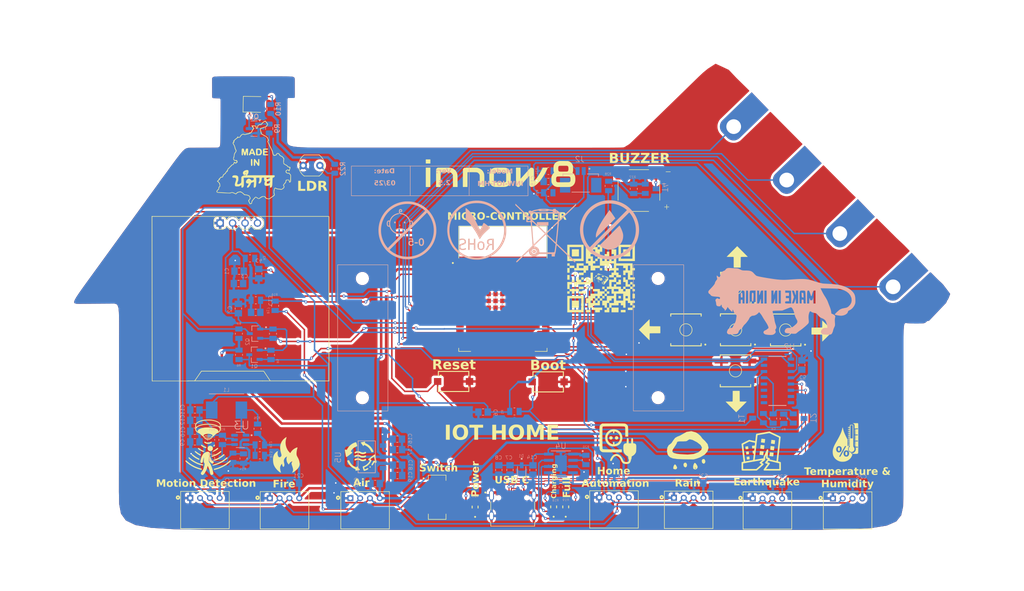
<source format=kicad_pcb>
(kicad_pcb (version 20240108) (generator "pcbnew") (generator_version "8.0")
  (layers (0 "F.Cu" signal) (31 "B.Cu" signal) (34 "B.Paste" user) (35 "F.Paste" user) (36 "B.SilkS" user "B.Silkscreen") (37 "F.SilkS" user "F.Silkscreen") (38 "B.Mask" user) (39 "F.Mask" user) (44 "Edge.Cuts" user))
  (net 0 "")
  (net 1 "/3V3")
  (net 2 "/ESP_EN")
  (net 3 "Net-(U2-V3)")
  (net 4 "/5V_OUT")
  (net 5 "/5V")
  (net 6 "/B+_OUT")
  (net 7 "/BATT_GAUGE")
  (net 8 "/B+")
  (net 9 "/5V_CHG")
  (net 10 "Net-(U3-SW)")
  (net 11 "Net-(D5-PadA)")
  (net 12 "Net-(U4-~{STDBY})")
  (net 13 "Net-(D6-PadA)")
  (net 14 "Net-(U4-~{CHRG})")
  (net 15 "Net-(D7-PadA)")
  (net 16 "/RGB_DIN")
  (net 17 "/DA+")
  (net 18 "/DA-")
  (net 19 "/B-")
  (net 20 "/SDA")
  (net 21 "/SCL")
  (net 22 "Net-(T4-C)")
  (net 23 "/CONTROLLER_SCL")
  (net 24 "/CONTROLLER_SDA")
  (net 25 "/BOOT_0")
  (net 26 "Net-(T1-B)")
  (net 27 "Net-(T2-E)")
  (net 28 "Net-(T2-B)")
  (net 29 "Net-(T1-E)")
  (net 30 "Net-(T3-C)")
  (net 31 "Net-(U3-FB)")
  (net 32 "Net-(T3-B)")
  (net 33 "Net-(U4-PROG)")
  (net 34 "/BAT+")
  (net 35 "Net-(T4-B)")
  (net 36 "/BUZZER")
  (net 40 "/SW_RIGHT")
  (net 41 "/SW_UP")
  (net 42 "/SW_LEFT")
  (net 43 "/SW_DOWN")
  (net 44 "/SW_CENTER")
  (net 45 "/TOUCH_PAD_4")
  (net 46 "/TOUCH_PAD_3")
  (net 47 "/TOUCH_PAD_2")
  (net 48 "/TOUCH_PAD_1")
  (net 49 "/TXD")
  (net 52 "/LDR")
  (net 57 "/RXD")
  (net 74 "GND")
  (net 75 "Net-(Q3-B)")
  (net 76 "+3V3")
  (net 77 "Net-(D3-K)")
  (net 78 "Net-(D3-A)")
  (footprint "iot_home:SW_B3SL-1022P" (layer "F.Cu") (at 194.025 120.09)
    (property "Reference" "S11" (hide yes))
    (property "Value" "B3SL-1022P")
  )
  (footprint "LOGO" (layer "F.Cu") (at 194.47 96.81)
    (property "Reference" "G***" (hide yes))
    (property "Value" "LOGO" (hide yes))
  )
  (footprint "LOGO" (layer "F.Cu") (at 146.13 79.91)
    (property "Reference" "G***" (hide yes))
    (property "Value" "LOGO" (hide yes))
  )
  (footprint "iot_home:SW_B3SL-1022P" (layer "F.Cu") (at 204.255 111.76)
    (property "Reference" "S8" (hide yes))
    (property "Value" "B3SL-1022P")
  )
  (footprint "LOGO" (layer "F.Cu") (at 86.411089 135.554616)
    (property "Reference" "G***" (hide yes))
    (property "Value" "LOGO" (hide yes))
  )
  (footprint "iot_home:LEDC2012X70N" (layer "F.Cu") (at 159.42 147.83 90)
    (property "Reference" "D6" (hide yes))
    (property "Value" "red")
  )
  (footprint "LOGO" (layer "F.Cu") (at 184.344785 135.952834 5)
    (property "Reference" "G***" (hide yes))
    (property "Value" "LOGO" (hide yes))
  )
  (footprint "iot_home:JST_S4B-PH-K-S(LF)(SN)" (layer "F.Cu") (at 184.48 145.97)
    (property "Reference" "J7" (hide yes))
    (property "Value" "S4B-PH-K-S(LF)(SN)")
  )
  (footprint "LOGO" (layer "F.Cu") (at 118.090058 137.249015)
    (property "Reference" "G***" (hide yes))
    (property "Value" "LOGO" (hide yes))
  )
  (footprint "mehak:LED_PLCC_2835" (layer "F.Cu") (at 95.87 65.77 -1)
    (property "Reference" "D3" (hide yes))
    (property "Value" "LED")
  )
  (footprint "iot_home:JST_S4B-PH-K-S(LF)(SN)" (layer "F.Cu") (at 102.1 146.06)
    (property "Reference" "J4" (hide yes))
    (property "Value" "S4B-PH-K-S(LF)(SN)")
  )
  (footprint "iot_home:JST_S4B-PH-K-S(LF)(SN)" (layer "F.Cu") (at 216.88 146.11)
    (property "Reference" "J9" (hide yes))
    (property "Value" "S4B-PH-K-S(LF)(SN)")
  )
  (footprint "LOGO" (layer "F.Cu") (at 102.842574 136.842081)
    (property "Reference" "G***" (hide yes))
    (property "Value" "LOGO" (hide yes))
  )
  (footprint "iot_home:JST_S4B-PH-K-S(LF)(SN)" (layer "F.Cu") (at 85.88 146.02)
    (property "Reference" "J3" (hide yes))
    (property "Value" "S4B-PH-K-S(LF)(SN)")
  )
  (footprint "LOGO" (layer "F.Cu") (at 211.76 112.08 -90)
    (property "Reference" "G***" (hide yes))
    (property "Value" "LOGO" (hide yes))
  )
  (footprint "iot_home:CUI_CMT-8530S-SMT" (layer "F.Cu") (at 174.34 83.34)
    (property "Reference" "LS1" (hide yes))
    (property "Value" "CMT-8530S-SMT")
  )
  (footprint "iot_home:JST_S4B-PH-K-S(LF)(SN)" (layer "F.Cu") (at 200.54 146.11)
    (property "Reference" "J8" (hide yes))
    (property "Value" "S4B-PH-K-S(LF)(SN)")
  )
  (footprint "mehak:educate_touchpad" (layer "F.Cu") (at 204.441226 81.227787 -136)
    (property "Reference" "J12" (hide yes))
    (property "Value" "Conn_01x01_Pin")
  )
  (footprint "iot_home:JST_S4B-PH-K-S(LF)(SN)" (layer "F.Cu") (at 118.52 146.06)
    (property "Reference" "J5" (hide yes))
    (property "Value" "S4B-PH-K-S(LF)(SN)")
  )
  (footprint "iot_home:SW_B3SL-1022P" (layer "F.Cu") (at 194.095 103.26)
    (property "Reference" "S9" (hide yes))
    (property "Value" "B3SL-1022P")
  )
  (footprint "iot_home:SW_JS202011SCQN" (layer "F.Cu") (at 133.21 145.86 -90)
    (property "Reference" "S3" (hide yes))
    (property "Value" "JS202011SCQN")
  )
  (footprint "LOGO" (layer "F.Cu") (at 170.051603 133.709472)
    (property "Reference" "G***" (hide yes))
    (property "Value" "LOGO" (hide yes))
  )
  (footprint "iot_home:LEDC2012X70N" (layer "F.Cu") (at 156.96 147.83 90)
    (property "Reference" "D5" (hide yes))
    (property "Value" "green")
  )
  (footprint "mehak:educate_touchpad" (layer "F.Cu") (at 193.631226 70.337787 -136)
    (property "Reference" "J13" (hide yes))
    (property "Value" "Conn_01x01_Pin")
  )
  (footprint "OptoDevice:R_LDR_5.1x4.3mm_P3.4mm_Vertical" (layer "F.Cu") (at 109.310009 78.229987 180)
    (property "Reference" "R23" (hide yes))
    (property "Value" "LDR07" (hide yes))
  )
  (footprint "LOGO" (layer "F.Cu") (at 199.041052 136.364526)
    (property "Reference" "G***" (hide yes))
    (property "Value" "LOGO" (hide yes))
  )
  (footprint "iot_home:SW_B3SL-1022P" (layer "F.Cu") (at 183.93 111.74)
    (property "Reference" "S10" (hide yes))
    (property "Value" "B3SL-1022P")
  )
  (footprint "iot_home:LEDC2012X70N" (layer "F.Cu") (at 140.95 147.86 90)
    (property "Reference" "D7" (hide yes))
    (property "Value" "white")
  )
  (footprint "iot_home:434121025816" (layer "F.Cu") (at 136.56 122.26)
    (property "Reference" "S2" (hide yes))
    (property "Value" "reset")
  )
  (footprint "iot_home:JST_S4B-PH-K-S(LF)(SN)" (layer "F.Cu") (at 169.26 145.89)
    (property "Reference" "J6" (hide yes))
    (property "Value" "S4B-PH-K-S(LF)(SN)")
  )
  (footprint "LOGO" (layer "F.Cu") (at 194.074648 126.411034 180)
    (property "Reference" "G***" (hide yes))
    (property "Value" "LOGO" (hide yes))
  )
  (footprint "mehak:DISPLAY-OLED-128X64-I2C" (layer "F.Cu") (at 88.8025 102.5825)
    (property "Reference" "SV1" (hide yes))
    (property "Value" "MA04-1" (hide yes))
  )
  (footprint "iot_home:XCVR_ESP32-WROOM-32E_(4MB)" (layer "F.Cu") (at 146.61 103.37)
    (property "Reference" "U1" (hide yes))
    (property "Value" "ESP32-WROOM-32E_(4MB)")
  )
  (footprint "mehak:VALCON_CSP-USC16-TR" (layer "F.Cu") (at 148.61 144.89)
    (property "Reference" "J1" (hide yes))
    (property "Value" "CSP-USC16-TR")
    (fp_line (start 4 1.14) (end 4 0.09) (stroke (width 0.01)) (layer "Edge.Cuts"))
    (fp_line (start 4.65 0.04) (end 4.65 1.14) (stroke (width 0.01)) (layer "Edge.Cuts"))
    (fp_arc (start 4 0.09) (mid 4.087513 -0.151274) (end 4.32 -0.26) (stroke (width 0.01)) (layer "Edge.Cuts"))
    (fp_arc (start 4.32 -0.26) (mid 4.547132 -0.178345) (end 4.65 0.04) (stroke (width 0.01)) (layer "Edge.Cuts"))
    (fp_arc (start 4.32 1.44) (mid 4.097868 1.356274) (end 4 1.14) (stroke (width 0.01)) (layer "Edge.Cuts"))
    (fp_arc (start 4.65 1.14) (mid 4.547132 1.358345) (end 4.32 1.44) (stroke (width 0.01)) (layer "Edge.Cuts"))
  )
  (footprint "LOGO" (layer "F.Cu") (at 166.55 101.2)
    (property "Reference" "G***" (hide yes))
    (property "Value" "LOGO" (hide yes))
  )
  (footprint "iot_home:SW_B3SL-1022P" (layer "F.Cu") (at 194.055 111.73)
    (property "Reference" "S12" (hide yes))
    (property "Value" "B3SL-1022P")
  )
  (footprint "mehak:educate_touchpad" (layer "F.Cu") (at 215.26919 92.12812 -136)
    (property "Reference" "J11" (hide yes))
    (property "Value" "Conn_01x01_Pin")
  )
  (footprint "iot_home:434121025816" (layer "F.Cu") (at 155.84 122.34)
    (property "Reference" "S1" (hide yes))
    (property "Value" "boot")
  )
  (footprint "LOGO" (layer "F.Cu") (at 215.283531 134.985119)
    (property "Reference" "G***" (hide yes))
    (property "Value" "LOGO" (hide yes))
  )
  (footprint "LOGO" (layer "F.Cu") (at 176.465966 111.625648 90)
    (property "Reference" "G***" (hide yes))
    (property "Value" "LOGO" (hide yes))
  )
  (footprint "LOGO" (layer "F.Cu") (at 95.94 77.9)
    (property "Reference" "G***" (hide yes))
    (property "Value" "LOGO" (hide yes))
  )
  (footprint "mehak:educate_touchpad" (layer "F.Cu") (at 226.12237 102.992282 -137)
    (property "Reference" "J10" (hide yes))
    (property "Value" "Conn_01x01_Pin")
  )
  (footprint "iot_home:RESC2012X65N" (layer "B.Cu") (at 168.17 82.4 -90)
    (property "Reference" "R28")
    (property "Value" "1k")
  )
  (footprint "iot_home:RESC2012X65N" (layer "B.Cu") (at 140.99 143.338 90)
    (property "Reference" "R21")
    (property "Value" "10k")
  )
  (footprint "iot_home:CAPC2012X135N" (layer "B.Cu") (at 142.57 128.49 180)
    (property "Reference" "C6")
    (property "Value" "100nF")
  )
  (footprint "iot_home:IND_ASPI-0630LR-5R6M-T15" (layer "B.Cu") (at 90.28 128.09)
    (property "Reference" "L1")
    (property "Value" "ASPI-0630LR-5R6M-T15")
  )
  (footprint "iot_home:RESC2012X65N" (layer "B.Cu") (at 155.86 83.79 180)
    (property "Reference" "R25")
    (property "Value" "0")
  )
  (footprint "iot_home:CAPC2012X135N" (layer "B.Cu") (at 120.58 143.07 180)
    (property "Reference" "C22")
    (property "Value" "100nF")
  )
  (footprint "iot_home:CAPC2012X135N" (layer "B.Cu") (at 186.51 142.99 180)
    (property "Reference" "C24")
    (property "Value" "100nF")
  )
  (footprint "iot_home:AMPHENOL_10114828-13102LF" (layer "B.Cu") (at 162.47 82.26 180)
    (property "Reference" "J2")
    (property "Value" "10114828-13102LF")
  )
  (footprint "iot_home:RESC2012X65N" (layer "B.Cu") (at 96.25 105.71)
    (property "Reference" "R17")
    (property "Value" "47k")
  )
  (footprint "iot_home:CAPC2012X135N" (layer "B.Cu") (at 207.54 118.91 -90)
    (property "Reference" "C5")
    (property "Value" "100nF")
  )
  (footprint "LOGO" (layer "B.Cu") (at 155.349779 91.92558 180)
    (property "Reference" "G***" (hide yes))
    (property "Value" "LOGO" (hide yes))
  )
  (footprint "iot_home:RESC2012X65N" (layer "B.Cu") (at 97.058 137.32 180)
    (property "Reference" "R13")
    (property "Value" "2k")
  )
  (footprint "iot_home:SOT229P700X180-4N" (layer "B.Cu") (at 118.855 137.62 180)
    (property "Reference" "U5")
    (property "Value" "AMS1117-3.3")
  )
  (footprint "iot_home:RESC2012X65N" (layer "B.Cu") (at 97.062 135.2)
    (property "Reference" "R12")
    (property "Value" "15k")
  )
  (footprint "iot_home:CAPC2012X135N" (layer "B.Cu") (at 92.69 107.4 90)
    (property "Reference" "C2")
    (property "Value" "100nF")
  )
  (footprint "LOGO" (layer "B.Cu") (at 127.15 91.45 180)
    (property "Reference" "G***" (hide yes))
    (property "Value" "LOGO" (hide yes))
  )
  (footprint "iot_home:RESC2012X65N" (layer "B.Cu") (at 93.74 137.968 90)
    (property "Reference" "R14")
    (property "Value" "10k")
  )
  (footprint "iot_home:RESC2012X65N" (layer "B.Cu") (at 92.82 116.832 90)
    (property "Reference" "R6")
    (property "Value" "10k")
  )
  (footprint "iot_home:SOT23" (layer "B.Cu") (at 90.48 137.8 -90)
    (property "Reference" "T3")
    (property "Value" "BC847")
  )
  (footprint "iot_home:CAPC2012X135N" (layer "B.Cu") (at 148.06 140.3 -90)
    (property "Reference" "C7")
    (property "Value" "47uF")
  )
  (footprint "Resistor_SMD:R_0805_2012Metric" (layer "B.Cu") (at 99.27 66.7075 -90)
    (property "Reference" "R10")
    (property "Value" "100")
  )
  (footprint "iot_home:CAPC2012X135N" (layer "B.Cu") (at 92.71 102.3 180)
    (property "Reference" "C3")
    (property "Value" "100nF")
  )
  (footprint "iot_home:SOT95P240X111-3N" (layer "B.Cu") (at 95.97 116.81 180)
    (property "Reference" "Q1")
    (property "Value" "BSS138")
  )
  (footprint "iot_home:CAPC2012X135N" (layer "B.Cu") (at 83.83 128.07 180)
    (property "Reference" "C11")
    (property "Value" "100nF")
  )
  (footprint "iot_home:CAPC2012X135N" (layer "B.Cu") (at 125.13 141.43 180)
    (property "Reference" "C19")
    (property "Value" "47uF")
  )
  (footprint "iot_home:RESC2012X65N" (layer "B.Cu") (at 155.888 79.35 180)
    (property "Reference" "R24")
    (property "Value" "0")
  )
  (footprint "iot_home:SOT23" (layer "B.Cu") (at 206.91 129.8 90)
    (property "Reference" "T2")
    (property "Value" "BC847")
  )
  (footprint "iot_home:RESC2012X65N" (layer "B.Cu") (at 87.15 134.148 90)
    (property "Reference" "R15")
    (property "Value" "1k")
  )
  (footprint "iot_home:CAPC2012X135N" (layer "B.Cu") (at 104.1 142.97 180)
    (property "Reference" "C21")
    (property "Value" "100nF")
  )
  (footprint "edukit footprint:edukit_mountinghole" (layer "B.Cu") (at 117.97 125.572 180)
    (property "Reference" "edukit_mountinghole3" (hide yes))
    (property "Value" "~")
  )
  (footprint "iot_home:RESC2012X65N" (layer "B.Cu") (at 92.79 112.518 -90)
    (property "Reference" "R8")
    (property "Value" "10k")
  )
  (footprint "iot_home:CAPC2012X135N" (layer "B.Cu") (at 83.81 130.19 180)
    (property "Reference" "C12")
    (property "Value" "47uF")
  )
  (footprint "iot_home:CAPC2012X135N" (layer "B.Cu") (at 152.75 140.3 -90)
    (property "Reference" "C14")
    (property "Value" "100nF")
  )
  (footprint "iot_home:CAPC2012X135N" (layer "B.Cu") (at 96.22 108.17 180)
    (property "Reference" "C13")
    (property "Value" "47uF")
  )
  (footprint "iot_home:SOIC127P600X180-16N" (layer "B.Cu") (at 202.58 122.145 180)
    (property "Reference" "U2")
    (property "Value" "CH340C")
  )
  (footprint "iot_home:RESC2012X65N" (layer "B.Cu") (at 99.34 116.852 90)
    (property "Reference" "R5")
    (property "Value" "10k")
  )
  (footprint "iot_home:CAPC2012X135N" (layer "B.Cu") (at 83.82 134.57 180)
    (property "Reference" "C9")
    (property "Value" "100uF")
  )
  (footprint "iot_home:CAPC2012X135N" (layer "B.Cu") (at 218.86 143.21 180)
    (property "Reference" "C26")
    (property "Value" "100nF")
  )
  (footprint "iot_home:RESC2012X65N" (layer "B.Cu") (at 163.52 138.258 -90)
    (property "Reference" "R20")
    (property "Value" "3k")
  )
  (footprint "iot_home:CAPC2012X135N" (layer "B.Cu") (at 125.11 136.15 180)
    (property "Reference" "C17")
    (property "Value" "100nF")
  )
  (footprint "iot_home:SOT95P280X145-6N" (layer "B.Cu") (at 93.08 134.17 180)
    (property "Reference" "U3")
    (property "Value" "MT3608")
  )
  (footprint "iot_home:RESC2012X65N" (layer "B.Cu") (at 95.06 97.17 180)
    (property "Reference" "R2")
    (property "Value" "1k")
  )
  (footprint "LOGO" (layer "B.Cu") (at 141.5 91.4 180)
    (property "Reference" "G***" (hide yes))
    (property "Value" "LOGO" (hide yes))
  )
  (footprint "Resistor_SMD:R_0805_2012Metric" (layer "B.Cu") (at 112.33 78.9 90)
    (property "Reference" "R22")
    (property "Value" "1k")
  )
  (footprint "iot_home:RESC2012X65N" (layer "B.Cu") (at 159.46 143.778 90)
    (property "Reference" "R19")
    (property "Value" "10k")
  )
  (footprint "iot_home:SOT23" (layer "B.Cu") (at 176.74 82.98 90)
    (property "Reference" "T4")
    (property "Value" "BC847")
  )
  (footprint "iot_home:SOT23" (layer "B.Cu") (at 198.62 129.73 -90)
    (property "Reference" "T1")
    (property "Value" "BC847")
  )
  (footprint "iot_home:CAPC2012X135N" (layer "B.Cu") (at 125.09 134.01 180)
    (property "Reference" "C16")
    (property "Value" "47uF")
  )
  (footprint "iot_home:CAPC2012X135N" (layer "B.Cu") (at 170.28 143.02 180)
    (property "Reference" "C23")
    (property "Value" "100nF")
  )
  (footprint "iot_home:CAPC2012X135N" (layer "B.Cu") (at 202.58 143.18 180)
    (property "Reference" "C25")
    (property "Value" "100nF")
  )
  (footprint "iot_home:CAPC2012X135N" (layer "B.Cu") (at 83.81 132.4 180)
    (property "Reference" "C10")
    (property "Value" "47uF")
  )
  (footprint "iot_home:CAPC2012X135N" (layer "B.Cu") (at 87.94 142.96 180)
    (property "Reference" "C20")
    (property "Value" "100nF")
  )
  (footprint "iot_home:RESC2012X65N" (layer "B.Cu") (at 99.75 112.528 90)
    (property "Reference" "R7")
    (property "Value" "10k")
  )
  (footprint "iot_home:SOD3715X145N" (layer "B.Cu") (at 150.44 141.02 -90)
    (property "Reference" "D1")
    (property "Value" "1N5819HW-7-F")
  )
  (footprint "iot_home:CAPC2012X135N" (layer "B.Cu") (at 125.13 139.3 180)
    (property "Reference" "C18")
    (property "Value" "100nF")
  )
  (footprint "Resistor_SMD:R_0805_2012Metric" (layer "B.Cu") (at 98.97 70.7 90)
    (property "Reference" "R9")
    (property "Value" "1k")
  )
  (footprint "iot_home:CAPC2012X135N" (layer "B.Cu") (at 145.78 140.3 -90)
    (property "Reference" "C8")
    (property "Value" "100nF")
  )
  (footprint "iot_home:SOT95P240X111-3N" (layer "B.Cu") (at 96.08 112.51 180)
    (property "Reference" "Q2")
    (property "Value" "BSS138")
  )
  (footprint "iot_home:RESC2012X65N" (layer "B.Cu") (at 148.962 128.37 180)
    (property "Reference" "R1")
    (property "Value" "1k")
  )
  (footprint "iot_home:CAPC2012X135N" (layer "B.Cu") (at 92.84 99.77 180)
    (property "Reference" "C1")
    (property "Value" "47uF")
  )
  (footprint "iot_home:RESC2012X65N" (layer "B.Cu") (at 201.7 129.822 -90)
    (property "Reference" "R3")
    (property "Value" "10k")
  )
  (footprint "iot_home:CAPC2012X135N" (layer "B.Cu") (at 155.87 81.49)
    (property "Reference" "C15")
    (property "Value" "100nF")
  )
  (footprint "iot_home:SOP127P600X175-9N" (layer "B.Cu") (at 158.435 138.965 180)
    (property "Reference" "U4")
    (property "Value" "TP4056")
  )
  (footprint "iot_home:RESC2012X65N" (layer "B.Cu") (at 89.43 134.17 90)
    (property "Reference" "R11")
    (property "Value" "10k")
  )
  (footprint "LOGO" (layer "B.Cu") (at 168.35 91.35 180)
    (property "Reference" "G***" (hide yes))
    (property "Value" "LOGO" (hide yes))
  )
  (footprint "LOGO" (layer "B.Cu") (at 203.520545 105.914257 180)
    (property "Reference" "G***" (hide yes))
    (property "Value" "LOGO" (hide yes))
  )
  (footprint "iot_home:RESC2012X65N" (layer "B.Cu") (at 203.86 129.86 90)
    (property "Reference" "R4")
    (property "Value" "10k")
  )
  (footprint "iot_home:RESC2012X65N" (layer "B.Cu") (at 100.19 106.84 90)
    (property "Reference" "R16")
    (property "Value" "47k")
  )
  (footprint "iot_home:CAPC2012X135N" (layer "B.Cu") (at 96.84 100.29 -90)
    (property "Reference" "C4")
    (property "Value" "100nF")
  )
  (footprint "iot_home:RESC2012X65N" (layer "B.Cu") (at 173.29 82.99 -90)
    (property "Reference" "R27")
    (property "Value" "1k")
  )
  (footprint "edukit footprint:edukit_mountinghole" (layer "B.Cu") (at 178.26 125.56 180)
    (property "Reference" "edukit_mountinghole3" (hide yes))
    (property "Value" "~")
  )
  (footprint "iot_home:RESC2012X65N" (layer "B.Cu") (at 157.36 143.788 90)
    (property "Reference" "R18")
    (property "Value" "10k")
  )
  (footprint "iot_home:RESC2012X65N" (layer "B.Cu") (at 96.6 131.9 90)
    (property "Reference" "R26")
    (property "Value" "0")
  )
  (footprint "Package_TO_SOT_SMD:SOT-23" (layer "B.Cu") (at 95.87 70.71 180)
    (property "Reference" "Q3")
    (property "Value" "BC847")
  )
  (gr_rect (start 115.73 78.35) (end 151.73 84.4) (stroke (width 0.1)) (fill none) (layer "B.SilkS"))
  (gr_line (start 127.72 84.32) (end 127.73 78.35) (stroke (width 0.1)) (layer "B.SilkS"))
  (gr_line (start 151.73 84.4) (end 115.73 84.4) (stroke (width 0.1)) (layer "B.SilkS"))
  (gr_line (start 139.73 78.35) (end 139.73 84.36) (stroke (width 0.1)) (layer "B.SilkS"))
  (gr_line (start 201.327952 67.445281) (end 198.915502 65.002272) (stroke (width 0.001)) (layer "Edge.Cuts"))
  (gr_line (start 189.970365 57.479959) (end 188.401165 58.496381) (stroke (width 0.001)) (layer "Edge.Cuts"))
  (gr_line (start 228.190052 147.766722) (end 228.254615 145.41995) (stroke (width 0.001)) (layer "Edge.Cuts"))
  (gr_line (start 87.345125 63.75179) (end 87.350884 64.177709) (stroke (width 0.001)) (layer "Edge.Cuts"))
  (gr_line (start 60.256294 106.42899) (end 66.865644 106.38315) (stroke (width 0.001)) (layer "Edge.Cuts"))
  (gr_line (start 59.202816 106.1496) (end 59.355466 106.346181) (stroke (width 0.001)) (layer "Edge.Cuts"))
  (gr_line (start 59.621175 105.135231) (end 59.282853 105.766631) (stroke (width 0.001)) (layer "Edge.Cuts"))
  (gr_line (start 59.282853 105.766631) (end 59.202816 106.1496) (stroke (width 0.001)) (layer "Edge.Cuts"))
  (gr_line (start 194.185202 60.350372) (end 192.661674 58.739409) (stroke (width 0.001)) (layer "Edge.Cuts"))
  (gr_line (start 104.183475 63.74819) (end 104.180584 60.804931) (stroke (width 0.001)) (layer "Edge.Cuts"))
  (gr_line (start 87.383166 64.398072) (end 87.417853 64.453031) (stroke (width 0.001)) (layer "Edge.Cuts"))
  (gr_line (start 95.004244 152.513081) (end 201.516593 152.52724) (stroke (width 0.001)) (layer "Edge.Cuts"))
  (gr_line (start 104.174834 60.562022) (end 104.136303 60.379359) (stroke (width 0.001)) (layer "Edge.Cuts"))
  (gr_line (start 88.714375 74.515081) (end 88.496784 74.577981) (stroke (width 0.001)) (layer "Edge.Cuts"))
  (gr_line (start 186.452915 60.206181) (end 175.217952 71.145909) (stroke (width 0.001)) (layer "Edge.Cuts"))
  (gr_line (start 86.213503 152.49255) (end 95.004244 152.513081) (stroke (width 0.001)) (layer "Edge.Cuts"))
  (gr_line (start 175.217952 71.145909) (end 173.615865 72.705981) (stroke (width 0.001)) (layer "Edge.Cuts"))
  (gr_line (start 217.356274 83.573631) (end 209.182834 75.35569) (stroke (width 0.001)) (layer "Edge.Cuts"))
  (gr_line (start 62.442016 101.129972) (end 61.175134 102.879072) (stroke (width 0.001)) (layer "Edge.Cuts"))
  (gr_line (start 81.352903 75.295431) (end 80.806234 75.927181) (stroke (width 0.001)) (layer "Edge.Cuts"))
  (gr_line (start 237.148443 105.80969) (end 237.402674 105.4137) (stroke (width 0.001)) (layer "Edge.Cuts"))
  (gr_line (start 102.742203 64.5578) (end 102.787094 64.495522) (stroke (width 0.001)) (layer "Edge.Cuts"))
  (gr_line (start 88.018884 60.107409) (end 87.684525 60.160572) (stroke (width 0.001)) (layer "Edge.Cuts"))
  (gr_line (start 82.492316 74.640622) (end 82.136594 74.714309) (stroke (width 0.001)) (layer "Edge.Cuts"))
  (gr_line (start 231.327243 110.449622) (end 232.014084 110.42694) (stroke (width 0.001)) (layer "Edge.Cuts"))
  (gr_line (start 201.516593 152.52724) (end 210.315134 152.5138) (stroke (width 0.001)) (layer "Edge.Cuts"))
  (gr_line (start 89.071303 66.24929) (end 89.024016 72.931372) (stroke (width 0.001)) (layer "Edge.Cuts"))
  (gr_line (start 68.378916 109.496581) (end 68.382153 111.38814) (stroke (width 0.001)) (layer "Edge.Cuts"))
  (gr_line (start 233.489202 109.88519) (end 236.955874 106.249531) (stroke (width 0.001)) (layer "Edge.Cuts"))
  (gr_line (start 228.299852 111.846109) (end 228.348943 111.05509) (stroke (width 0.001)) (layer "Edge.Cuts"))
  (gr_line (start 67.397675 106.379072) (end 67.790484 106.46224) (stroke (width 0.001)) (layer "Edge.Cuts"))
  (gr_line (start 87.335766 60.80529) (end 87.345125 63.75179) (stroke (width 0.001)) (layer "Edge.Cuts"))
  (gr_line (start 68.338466 108.149772) (end 68.378916 109.496581) (stroke (width 0.001)) (layer "Edge.Cuts"))
  (gr_line (start 198.915502 65.002272) (end 196.495865 62.62454) (stroke (width 0.001)) (layer "Edge.Cuts"))
  (gr_line (start 104.180584 60.804931) (end 104.174834 60.562022) (stroke (width 0.001)) (layer "Edge.Cuts"))
  (gr_line (start 237.402674 105.4137) (end 237.799384 104.41634) (stroke (width 0.001)) (layer "Edge.Cuts"))
  (gr_line (start 89.073453 65.2833) (end 89.071303 66.24929) (stroke (width 0.001)) (layer "Edge.Cuts"))
  (gr_line (start 102.995444 60.080409) (end 102.298994 60.070322) (stroke (width 0.001)) (layer "Edge.Cuts"))
  (gr_line (start 79.605475 152.3807) (end 86.213503 152.49255) (stroke (width 0.001)) (layer "Edge.Cuts"))
  (gr_line (start 226.881415 93.0433) (end 223.096565 89.2801) (stroke (width 0.001)) (layer "Edge.Cuts"))
  (gr_line (start 79.105853 78.183831) (end 77.833453 79.93305) (stroke (width 0.001)) (layer "Edge.Cuts"))
  (gr_line (start 216.932152 152.417072) (end 221.679234 152.153631) (stroke (width 0.001)) (layer "Edge.Cuts"))
  (gr_line (start 102.618116 72.92045) (end 102.669003 66.158681) (stroke (width 0.001)) (layer "Edge.Cuts"))
  (gr_line (start 104.179984 64.173522) (end 104.183475 63.74819) (stroke (width 0.001)) (layer "Edge.Cuts"))
  (gr_line (start 104.122984 64.44439) (end 104.152744 64.391581) (stroke (width 0.001)) (layer "Edge.Cuts"))
  (gr_line (start 66.865644 106.38315) (end 67.397675 106.379072) (stroke (width 0.001)) (layer "Edge.Cuts"))
  (gr_line (start 221.679234 152.153631) (end 224.867315 151.640322) (stroke (width 0.001)) (layer "Edge.Cuts"))
  (gr_line (start 233.120743 109.936909) (end 233.489202 109.88519) (stroke (width 0.001)) (layer "Edge.Cuts"))
  (gr_line (start 74.868366 152.087509) (end 79.605475 152.3807) (stroke (width 0.001)) (layer "Edge.Cuts"))
  (gr_line (start 228.277184 113.055981) (end 228.299852 111.846109) (stroke (width 0.001)) (layer "Edge.Cuts"))
  (gr_line (start 88.517903 60.08005) (end 88.018884 60.107409) (stroke (width 0.001)) (layer "Edge.Cuts"))
  (gr_line (start 104.016416 64.480631) (end 104.078453 64.471272) (stroke (width 0.001)) (layer "Edge.Cuts"))
  (gr_line (start 163.537734 74.6045) (end 159.763974 74.6051) (stroke (width 0.001)) (layer "Edge.Cuts"))
  (gr_line (start 82.903134 74.628622) (end 82.492316 74.640622) (stroke (width 0.001)) (layer "Edge.Cuts"))
  (gr_line (start 170.645615 74.571609) (end 169.793634 74.587581) (stroke (width 0.001)) (layer "Edge.Cuts"))
  (gr_line (start 89.045253 64.785709) (end 89.073453 65.2833) (stroke (width 0.001)) (layer "Edge.Cuts"))
  (gr_line (start 88.889234 64.571959) (end 88.960775 64.59849) (stroke (width 0.001)) (layer "Edge.Cuts"))
  (gr_line (start 87.636766 64.503309) (end 88.793834 64.563681) (stroke (width 0.001)) (layer "Edge.Cuts"))
  (gr_line (start 102.680284 65.181281) (end 102.711366 64.679609) (stroke (width 0.001)) (layer "Edge.Cuts"))
  (gr_line (start 88.496784 74.577981) (end 88.193625 74.602222) (stroke (width 0.001)) (layer "Edge.Cuts"))
  (gr_line (start 192.661674 58.739409) (end 189.970365 57.479959) (stroke (width 0.001)) (layer "Edge.Cuts"))
  (gr_line (start 232.465693 110.375572) (end 232.632165 110.32144) (stroke (width 0.001)) (layer "Edge.Cuts"))
  (gr_line (start 228.355084 94.431922) (end 226.881415 93.0433) (stroke (width 0.001)) (layer "Edge.Cuts"))
  (gr_line (start 102.932075 64.4708) (end 103.933725 64.48124) (stroke (width 0.001)) (layer "Edge.Cuts"))
  (gr_line (start 232.784215 110.23635) (end 233.120743 109.936909) (stroke (width 0.001)) (layer "Edge.Cuts"))
  (gr_line (start 59.715153 106.418672) (end 60.256294 106.42899) (stroke (width 0.001)) (layer "Edge.Cuts"))
  (gr_line (start 173.615865 72.705981) (end 172.779365 73.514281) (stroke (width 0.001)) (layer "Edge.Cuts"))
  (gr_line (start 221.034393 87.1647) (end 217.356274 83.573631) (stroke (width 0.001)) (layer "Edge.Cuts"))
  (gr_line (start 71.690725 151.52259) (end 74.868366 152.087509) (stroke (width 0.001)) (layer "Edge.Cuts"))
  (gr_line (start 230.499134 110.45094) (end 231.327243 110.449622) (stroke (width 0.001)) (layer "Edge.Cuts"))
  (gr_line (start 87.350884 64.177709) (end 87.383166 64.398072) (stroke (width 0.001)) (layer "Edge.Cuts"))
  (gr_line (start 87.340444 60.56214) (end 87.335766 60.80529) (stroke (width 0.001)) (layer "Edge.Cuts"))
  (gr_line (start 68.382153 111.38814) (end 68.368834 113.915772) (stroke (width 0.001)) (layer "Edge.Cuts"))
  (gr_line (start 171.318424 74.514972) (end 171.108393 74.547972) (stroke (width 0.001)) (layer "Edge.Cuts"))
  (gr_line (start 69.760894 150.5962) (end 71.690725 151.52259) (stroke (width 0.001)) (layer "Edge.Cuts"))
  (gr_line (start 102.298994 60.070322) (end 101.372234 60.068881) (stroke (width 0.001)) (layer "Edge.Cuts"))
  (gr_line (start 103.494466 60.10765) (end 102.995444 60.080409) (stroke (width 0.001)) (layer "Edge.Cuts"))
  (gr_line (start 102.636116 73.4784) (end 102.618116 72.92045) (stroke (width 0.001)) (layer "Edge.Cuts"))
  (gr_line (start 67.790484 106.46224) (end 68.064716 106.724) (stroke (width 0.001)) (layer "Edge.Cuts"))
  (gr_line (start 104.136303 60.379359) (end 104.032003 60.24854) (stroke (width 0.001)) (layer "Edge.Cuts"))
  (gr_line (start 227.811515 149.530222) (end 228.190052 147.766722) (stroke (width 0.001)) (layer "Edge.Cuts"))
  (gr_line (start 87.481944 60.248431) (end 87.378134 60.379359) (stroke (width 0.001)) (layer "Edge.Cuts"))
  (gr_line (start 104.032003 60.24854) (end 103.828944 60.160931) (stroke (width 0.001)) (layer "Edge.Cuts"))
  (gr_line (start 68.397403 147.297709) (end 68.766925 149.21795) (stroke (width 0.001)) (layer "Edge.Cuts"))
  (gr_line (start 114.036934 74.609781) (end 110.263544 74.606781) (stroke (width 0.001)) (layer "Edge.Cuts"))
  (gr_line (start 90.141234 60.068522) (end 89.214353 60.069959) (stroke (width 0.001)) (layer "Edge.Cuts"))
  (gr_line (start 89.017653 73.482722) (end 88.997966 73.89725) (stroke (width 0.001)) (layer "Edge.Cuts"))
  (gr_line (start 228.348943 111.05509) (end 228.433434 110.5976) (stroke (width 0.001)) (layer "Edge.Cuts"))
  (gr_line (start 233.208884 99.394972) (end 228.355084 94.431922) (stroke (width 0.001)) (layer "Edge.Cuts"))
  (gr_line (start 229.672952 110.425609) (end 230.499134 110.45094) (stroke (width 0.001)) (layer "Edge.Cuts"))
  (gr_line (start 236.382902 102.54944) (end 236.080393 102.226309) (stroke (width 0.001)) (layer "Edge.Cuts"))
  (gr_line (start 166.376202 74.60234) (end 163.537734 74.6045) (stroke (width 0.001)) (layer "Edge.Cuts"))
  (gr_line (start 209.182834 75.35569) (end 205.142624 71.285872) (stroke (width 0.001)) (layer "Edge.Cuts"))
  (gr_line (start 87.684525 60.160572) (end 87.481944 60.248431) (stroke (width 0.001)) (layer "Edge.Cuts"))
  (gr_line (start 88.193625 74.602222) (end 87.790384 74.607259) (stroke (width 0.001)) (layer "Edge.Cuts"))
  (gr_line (start 77.833453 79.93305) (end 62.442016 101.129972) (stroke (width 0.001)) (layer "Edge.Cuts"))
  (gr_line (start 232.014084 110.42694) (end 232.265993 110.407731) (stroke (width 0.001)) (layer "Edge.Cuts"))
  (gr_line (start 104.152744 64.391581) (end 104.179984 64.173522) (stroke (width 0.001)) (layer "Edge.Cuts"))
  (gr_line (start 196.495865 62.62454) (end 194.185202 60.350372) (stroke (width 0.001)) (layer "Edge.Cuts"))
  (gr_line (start 107.428194 74.583981) (end 105.396825 74.52145) (stroke (width 0.001)) (layer "Edge.Cuts"))
  (gr_line (start 224.867315 151.640322) (end 226.807593 150.793622) (stroke (width 0.001)) (layer "Edge.Cuts"))
  (gr_line (start 89.214353 60.069959) (end 88.517903 60.08005) (stroke (width 0.001)) (layer "Edge.Cuts"))
  (gr_line (start 102.669003 66.158681) (end 102.680284 65.181281) (stroke (width 0.001)) (layer "Edge.Cuts"))
  (gr_line (start 188.401165 58.496381) (end 187.432234 59.282672) (stroke (width 0.001)) (layer "Edge.Cuts"))
  (gr_line (start 102.849384 64.47319) (end 102.932075 64.4708) (stroke (width 0.001)) (layer "Edge.Cuts"))
  (gr_line (start 228.991743 110.368009) (end 229.672952 110.425609) (stroke (width 0.001)) (layer "Edge.Cuts"))
  (gr_line (start 88.793834 64.563681) (end 88.889234 64.571959) (stroke (width 0.001)) (layer "Edge.Cuts"))
  (gr_line (start 82.136594 74.714309) (end 81.776544 74.911859) (stroke (width 0.001)) (layer "Edge.Cuts"))
  (gr_line (start 88.960775 64.59849) (end 89.011653 64.663181) (stroke (width 0.001)) (layer "Edge.Cuts"))
  (gr_line (start 172.779365 73.514281) (end 172.424352 73.839172) (stroke (width 0.001)) (layer "Edge.Cuts"))
  (gr_line (start 169.793634 74.587581) (end 168.416102 74.5973) (stroke (width 0.001)) (layer "Edge.Cuts"))
  (gr_line (start 89.024016 72.931372) (end 89.017653 73.482722) (stroke (width 0.001)) (layer "Edge.Cuts"))
  (gr_line (start 102.789253 73.897731) (end 102.636116 73.4784) (stroke (width 0.001)) (layer "Edge.Cuts"))
  (gr_line (start 228.562693 110.38769) (end 228.745834 110.339809) (stroke (width 0.001)) (layer "Edge.Cuts"))
  (gr_line (start 61.175134 102.879072) (end 60.243453 104.193472) (stroke (width 0.001)) (layer "Edge.Cuts"))
  (gr_line (start 87.378134 60.379359) (end 87.340444 60.56214) (stroke (width 0.001)) (layer "Edge.Cuts"))
  (gr_line (start 87.469334 64.48304) (end 87.541225 64.496831) (stroke (width 0.001)) (layer "Edge.Cuts"))
  (gr_line (start 228.433434 110.5976) (end 228.562693 110.38769) (stroke (width 0.001)) (layer "Edge.Cuts"))
  (gr_line (start 68.368834 113.915772) (end 68.340625 144.74559) (stroke (width 0.001)) (layer "Edge.Cuts"))
  (gr_line (start 172.424352 73.839172) (end 172.267252 73.949222) (stroke (width 0.001)) (layer "Edge.Cuts"))
  (gr_line (start 88.997966 73.89725) (end 88.950566 74.19429) (stroke (width 0.001)) (layer "Edge.Cuts"))
  (gr_line (start 232.265993 110.407731) (end 232.465693 110.375572) (stroke (width 0.001)) (layer "Edge.Cuts"))
  (gr_line (start 68.240534 107.256022) (end 68.338466 108.149772) (stroke (width 0.001)) (layer "Edge.Cuts"))
  (gr_line (start 80.806234 75.927181) (end 80.077016 76.8693) (stroke (width 0.001)) (layer "Edge.Cuts"))
  (gr_line (start 228.271784 114.770759) (end 228.277184 113.055981) (stroke (width 0.001)) (layer "Edge.Cuts"))
  (gr_line (start 228.745834 110.339809) (end 228.991743 110.368009) (stroke (width 0.001)) (layer "Edge.Cuts"))
  (gr_line (start 187.432234 59.282672) (end 186.452915 60.206181) (stroke (width 0.001)) (layer "Edge.Cuts"))
  (gr_line (start 235.292465 101.49834) (end 234.943824 101.146981) (stroke (width 0.001)) (layer "Edge.Cuts"))
  (gr_line (start 102.711366 64.679609) (end 102.742203 64.5578) (stroke (width 0.001)) (layer "Edge.Cuts"))
  (gr_line (start 236.080393 102.226309) (end 235.292465 101.49834) (stroke (width 0.001)) (layer "Edge.Cuts"))
  (gr_line (start 223.096565 89.2801) (end 221.034393 87.1647) (stroke (width 0.001)) (layer "Edge.Cuts"))
  (gr_line (start 80.077016 76.8693) (end 79.105853 78.183831) (stroke (width 0.001)) (layer "Edge.Cuts"))
  (gr_line (start 104.035734 74.39939) (end 103.211103 74.198131) (stroke (width 0.001)) (layer "Edge.Cuts"))
  (gr_line (start 103.933725 64.48124) (end 104.016416 64.480631) (stroke (width 0.001)) (layer "Edge.Cuts"))
  (gr_line (start 234.943824 101.146981) (end 233.208884 99.394972) (stroke (width 0.001)) (layer "Edge.Cuts"))
  (gr_line (start 228.274543 117.076) (end 228.271784 114.770759) (stroke (width 0.001)) (layer "Edge.Cuts"))
  (gr_line (start 168.416102 74.5973) (end 166.376202 74.60234) (stroke (width 0.001)) (layer "Edge.Cuts"))
  (gr_line (start 87.417853 64.453031) (end 87.469334 64.48304) (stroke (width 0.001)) (layer "Edge.Cuts"))
  (gr_line (start 88.860784 74.393759) (end 88.714375 74.515081) (stroke (width 0.001)) (layer "Edge.Cuts"))
  (gr_line (start 205.142624 71.285872) (end 201.327952 67.445281) (stroke (width 0.001)) (layer "Edge.Cuts"))
  (gr_line (start 103.828944 60.160931) (end 103.494466 60.10765) (stroke (width 0.001)) (layer "Edge.Cuts"))
  (gr_line (start 87.541225 64.496831) (end 87.636766 64.503309) (stroke (width 0.001)) (layer "Edge.Cuts"))
  (gr_line (start 103.211103 74.198131) (end 102.789253 73.897731) (stroke (width 0.001)) (layer "Edge.Cuts"))
  (gr_line (start 60.243453 104.193472) (end 59.621175 105.135231) (stroke (width 0.001)) (layer "Edge.Cuts"))
  (gr_line (start 59.355466 106.346181) (end 59.715153 106.418672) (stroke (width 0.001)) (layer "Edge.Cuts"))
  (gr_line (start 68.766925 149.21795) (end 69.760894 150.5962) (stroke (width 0.001)) (layer "Edge.Cuts"))
  (gr_line (start 228.254615 145.41995) (end 228.274543 117.076) (stroke (width 0.001)) (layer "Edge.Cuts"))
  (gr_line (start 101.372234 60.068881) (end 90.141234 60.068522) (stroke (width 0.001)) (layer "Edge.Cuts"))
  (gr_line (start 68.064716 106.724) (end 68.240534 107.256022) (stroke (width 0.001)) (layer "Edge.Cuts"))
  (gr_line (start 232.632165 110.32144) (end 232.784215 110.23635) (stroke (width 0.001)) (layer "Edge.Cuts"))
  (gr_line (start 89.011653 64.663181) (end 89.045253 64.785709) (stroke (width 0.001)) (layer "Edge.Cuts"))
  (gr_line (start 172.267252 73.949222) (end 171.412274 74.47104) (stroke (width 0.001)) (layer "Edge.Cuts"))
  (gr_line (start 104.078453 64.471272) (end 104.122984 64.44439) (stroke (width 0.001)) (layer "Edge.Cuts"))
  (gr_line (start 87.790384 74.607259) (end 82.903134 74.628622) (stroke (width 0.001)) (layer "Edge.Cuts"))
  (gr_line (start 171.412274 74.47104) (end 171.318424 74.514972) (stroke (width 0.001)) (layer "Edge.Cuts"))
  (gr_line (start 236.955874 106.249531) (end 237.148443 105.80969) (stroke (width 0.001)) (layer "Edge.Cuts"))
  (gr_line (start 81.776544 74.911859) (end 81.352903 75.295431) (stroke (width 0.001)) (layer "Edge.Cuts"))
  (gr_line (start 210.315134 152.5138) (end 216.932152 152.417072) (stroke (width 0.001)) (layer "Edge.Cuts"))
  (gr_line (start 102.787094 64.495522) (end 102.849384 64.47319) (stroke (width 0.001)) (layer "Edge.Cuts"))
  (gr_line (start 105.396825 74.52145) (end 104.035734 74.39939) (stroke (width 0.001)) (layer "Edge.Cuts"))
  (gr_line (start 110.263544 74.606781) (end 107.428194 74.583981) (stroke (width 0.001)) (layer "Edge.Cuts"))
  (gr_line (start 171.108393 74.547972) (end 170.645615 74.571609) (stroke (width 0.001)) (layer "Edge.Cuts"))
  (gr_line (start 226.807593 150.793622) (end 227.811515 149.530222) (stroke (width 0.001)) (layer "Edge.Cuts"))
  (gr_line (start 237.799384 104.41634) (end 236.382902 102.54944) (stroke (width 0.001)) (layer "Edge.Cuts"))
  (gr_line (start 88.950566 74.19429) (end 88.860784 74.393759) (stroke (width 0.001)) (layer "Edge.Cuts"))
  (gr_line (start 159.763974 74.6051) (end 114.036934 74.609781) (stroke (width 0.001)) (layer "Edge.Cuts"))
  (gr_line (start 68.340625 144.74559) (end 68.397403 147.297709) (stroke (width 0.001)) (layer "Edge.Cuts"))
  (gr_text "2.5\n" (at 135.92 82.41 0) (layer "B.SilkS") (effects (font (size 1 1) (thickness 0.2) (bold yes)) (justify left bottom mirror)))
  (gr_text "INW-IOT-HM" (at 150.78 82.57 0) (layer "B.SilkS") (effects (font (size 1 1) (thickness 0.2) (bold yes)) (justify left bottom mirror)))
  (gr_text "Model:" (at 148.66 80.05 0) (layer "B.SilkS") (effects (font (size 1 1) (thickness 0.25) (bold yes)) (justify left bottom mirror)))
  (gr_text "Date:" (at 124.58 79.99 0) (layer "B.SilkS") (effects (font (size 1 1) (thickness 0.25) (bold yes)) (justify left bottom mirror)))
  (gr_text "03/25" (at 124.73 82.45 0) (layer "B.SilkS") (effects (font (size 1 1) (thickness 0.2) (bold yes)) (justify left bottom mirror)))
  (gr_text "Ver: \n\n" (at 136.11 81.68 0) (layer "B.SilkS") (effects (font (size 1 1) (thickness 0.25) (bold yes)) (justify left bottom mirror)))
  (gr_text "Motion Detection" (at 75.89 143.98 0) (layer "F.SilkS") (effects (font (size 1.5 1.5) (thickness 0.25) (bold yes)) (justify left bottom)))
  (gr_text "LDR" (at 104.63 81.4 0) (layer "F.SilkS") (effects (font (size 2 2) (thickness 0.4) (bold yes)) (justify left top)))
  (gr_text "MICRO-CONTROLLER" (at 135.25 89.55 0) (layer "F.SilkS") (effects (font (size 1.5 1.5) (thickness 0.375) (bold yes)) (justify left bottom)))
  (gr_text "Temperature &\nHumidity" (at 216.84 139.8 0) (layer "F.SilkS") (effects (font (size 1.5 1.5) (thickness 0.25) (bold yes)) (justify top)))
  (gr_text "Fire" (at 99.69 144.11 0) (layer "F.SilkS") (effects (font (size 1.5 1.5) (thickness 0.25) (bold yes)) (justify left bottom)))
  (gr_text "IOT HOME\n" (at 146.4 134.65 0) (layer "F.SilkS") (effects (font (size 3 3) (thickness 0.75) (bold yes)) (justify bottom)))
  (gr_text "Boot" (at 152.13 120.23 0) (layer "F.SilkS") (effects (font (size 2 2) (thickness 0.4) (bold yes)) (justify left bottom)))
  (gr_text "Reset" (at 132.16 120.13 0) (layer "F.SilkS") (effects (font (size 2 2) (thickness 0.4) (bold yes)) (justify left bottom)))
  (gr_text "Earthquake" (at 193.58 143.69 0) (layer "F.SilkS") (effects (font (size 1.5 1.5) (thickness 0.25) (bold yes)) (justify left bottom)))
  (gr_text "USB C" (at 144.9 143.3 0) (layer "F.SilkS") (effects (font (size 1.5 1.5) (thickness 0.25) (bold yes)) (justify left bottom)))
  (gr_text "Rain " (at 181.64 143.92 0) (layer "F.SilkS") (effects (font (size 1.5 1.5) (thickness 0.25) (bold yes)) (justify left bottom)))
  (gr_text "Switch\n" (at 129.54 140.86 0) (layer "F.SilkS") (effects (font (size 1.5 1.5) (thickness 0.25) (bold yes)) (justify left bottom)))
  (gr_text "Home \nAutomation" (at 169.55 143.98 0) (layer "F.SilkS") (effects (font (size 1.5 1.5) (thickness 0.25) (bold yes)) (justify bottom)))
  (gr_text "Power\n" (at 141.06 142.18 90) (layer "F.SilkS") (effects (font (size 1.5 1.5) (thickness 0.2) (bold yes))))
  (gr_text "Charging" (at 157.05 142.58 90) (layer "F.SilkS") (effects (font (size 1 1) (thickness 0.2) (bold yes))))
  (gr_text "BUZZER" (at 174.44 76.88 0) (layer "F.SilkS") (effects (font (size 2 2) (thickness 0.25) (bold yes))))
  (gr_text "Full" (at 159.71 143.89 90) (layer "F.SilkS") (effects (font (size 1.5 1.5) (thickness 0.2) (bold yes))))
  (gr_text "Air" (at 116.08 143.85 0) (layer "F.SilkS") (effects (font (size 1.5 1.5) (thickness 0.25) (bold yes)) (justify left bottom)))
  (segment (start 137.86 99.38) (end 137.1252 99.38) (width 0.5) (layer "F.Cu") (net 1))
  (segment (start 121.8 117.2024) (end 121.8 102.725184) (width 0.5) (layer "F.Cu") (net 1))
  (segment (start 137.966446 89.91) (end 174.77 89.91) (width 0.5) (layer "F.Cu") (net 1))
  (segment (start 136.68 91.196446) (end 137.018223 90.858223) (width 0.5) (layer "F.Cu") (net 1))
  (segment (start 93.47 91.93) (end 135.946446 91.93) (width 0.5) (layer "F.Cu") (net 1))
  (segment (start 174.77 89.91) (end 177.84 86.84) (width 0.5) (layer "F.Cu") (net 1))
  (segment (start 137.018223 90.858223) (end 137.966446 89.91) (width 0.5) (layer "F.Cu") (net 1))
  (segment (start 135.946446 91.93) (end 137.018223 90.858223) (width 0.5) (layer "F.Cu") (net 1))
  (segment (start 125.145184 99.38) (end 137.86 99.38) (width 0.5) (layer "F.Cu") (net 1))
  (segment (start 137.1252 99.38) (end 136.68 98.9348) (width 0.5) (layer "F.Cu") (net 1))
  (segment (start 121.8 102.725184) (end 125.145184 99.38) (width 0.5) (layer "F.Cu") (net 1))
  (segment (start 91.51 89.97) (end 93.47 91.93) (width 0.5) (layer "F.Cu") (net 1))
  (segment (start 136.68 98.9348) (end 136.68 91.196446) (width 0.5) (layer "F.Cu") (net 1))
  (via (at 121.8 117.2024) (size 0.6) (drill 0.3) (layers "F.Cu" "B.Cu") (net 1))
  (segment (start 97.14 111.09) (end 96.33 110.28) (width 0.3) (layer "B.Cu") (net 1))
  (segment (start 99.34 115.894) (end 97.064 115.894) (width 0.3) (layer "B.Cu") (net 1))
  (segment (start 90.09 97.06) (end 91.4 95.75) (width 0.3) (layer "B.Cu") (net 1))
  (segment (start 148.004 124.106) (end 149.738 122.372) (width 0.3) (layer "B.Cu") (net 1))
  (segment (start 90.56 108.35) (end 90.09 107.88) (width 0.3) (layer "B.Cu") (net 1))
  (segment (start 93.66 99.9) (end 93.79 99.77) (width 0.3) (layer "B.Cu") (net 1))
  (segment (start 93.66 102.3) (end 93.66 99.9) (width 0.3) (layer "B.Cu") (net 1))
  (segment (start 143.5 128.47) (end 143.5 127.35) (width 0.3) (layer "B.Cu") (net 1))
  (segment (start 199.83 117.7) (end 199.2724 118.2576) (width 0.5) (layer "B.Cu") (net 1))
  (segment (start 93.79 97.482) (end 94.102 97.17) (width 0.3) (layer "B.Cu") (net 1))
  (segment (start 91.4 95.75) (end 91.51 95.64) (width 0.3) (layer "B.Cu") (net 1))
  (segment (start 90.09 107.88) (end 90.09 97.06) (width 0.3) (layer "B.Cu") (net 1))
  (segment (start 92.69 109.62) (end 92.69 108.35) (width 0.3) (layer "B.Cu") (net 1))
  (segment (start 121.1426 126.65) (end 121.1426 136.5626) (width 0.5) (layer "B.Cu") (net 1))
  (segment (start 121.8 117.2024) (end 121.1426 117.8598) (width 0.5) (layer "B.Cu") (net 1))
  (segment (start 93.79 99.77) (end 93.79 97.482) (width 0.3) (layer "B.Cu") (net 1))
  (segment (start 91.51 95.64) (end 91.51 89.97) (width 0.3) (layer "B.Cu") (net 1))
  (segment (start 102.52 111.88) (end 102.21 111.57) (width 0.3) (layer "B.Cu") (net 1))
  (segment (start 151.93 122.372) (end 149.738 122.372) (width 0.5) (layer "B.Cu") (net 1))
  (segment (start 101.726 115.894) (end 102.52 115.1) (width 0.3) (layer "B.Cu") (net 1))
  (segment (start 143.52 128.49) (end 147.884 128.49) (width 0.3) (layer "B.Cu") (net 1))
  (segment (start 126.08 139.2) (end 126.08 139.3) (width 0.5) (layer "B.Cu") (net 1))
  (segment (start 197.939172 119.37) (end 154.932 119.37) (width 0.5) (layer "B.Cu") (net 1))
  (segment (start 154.932 119.37) (end 151.93 122.372) (width 0.5) (layer "B.Cu") (net 1))
  (segment (start 93.35 110.28) (end 92.69 109.62) (width 0.3) (layer "B.Cu") (net 1))
  (segment (start 143.5 127.35) (end 142.8 126.65) (width 0.3) (layer "B.Cu") (net 1))
  (segment (start 121.1426 117.8598) (end 121.1426 126.65) (width 0.5) (layer "B.Cu") (net 1))
  (segment (start 122.2 137.62) (end 124.5 137.62) (width 0.5) (layer "B.Cu") (net 1))
  (segment (start 97.064 115.894) (end 97.03 115.86) (width 0.00762) (layer "B.Cu") (net 1))
  (segment (start 148.004 128.37) (end 148.004 124.106) (width 0.3) (layer "B.Cu") (net 1))
  (segment (start 99.75 111.57) (end 97.15 111.57) (width 0.3) (layer "B.Cu") (net 1))
  (segment (start 97.14 111.56) (end 97.14 111.09) (width 0.3) (layer "B.Cu") (net 1))
  (segment (start 147.884 128.49) (end 148.004 128.37) (width 0.3) (layer "B.Cu") (net 1))
  (segment (start 102.52 115.1) (end 102.52 111.88) (width 0.3) (layer "B.Cu") (net 1))
  (segment (start 142.8 126.65) (end 121.1426 126.65) (width 0.3) (layer "B.Cu") (net 1))
  (segment (start 126.08 141.43) (end 126.08 139.3) (width 0.5) (layer "B.Cu") (net 1))
  (segment (start 115.51 137.62) (end 122.2 137.62) (width 0.5) (layer "B.Cu") (net 1))
  (segment (start 99.34 115.894) (end 101.726 115.894) (width 0.3) (layer "B.Cu") (net 1))
  (segment (start 102.21 111.57) (end 99.75 111.57) (width 0.3) (layer "B.Cu") (net 1))
  (segment (start 92.69 108.35) (end 90.56 108.35) (width 0.3) (layer "B.Cu") (net 1))
  (segment (start 124.5 137.62) (end 126.08 139.2) (width 0.5) (layer "B.Cu") (net 1))
  (segment (start 121.1426 136.5626) (end 122.2 137.62) (width 0.5) (layer "B.Cu") (net 1))
  (segment (start 143.52 128.49) (end 143.5 128.47) (width 0.3) (layer "B.Cu") (net 1))
  (segment (start 199.051572 118.2576) (end 197.939172 119.37) (width 0.5) (layer "B.Cu") (net 1))
  (segment (start 94.102 97.17) (end 92.682 95.75) (width 0.3) (layer "B.Cu") (net 1))
  (segment (start 199.2724 118.2576) (end 199.051572 118.2576) (width 0.5) (layer "B.Cu") (net 1))
  (segment (start 96.33 110.28) (end 93.35 110.28) (width 0.3) (layer "B.Cu") (net 1))
  (segment (start 92.682 95.75) (end 91.4 95.75) (width 0.3) (layer "B.Cu") (net 1))
  (segment (start 97.15 111.57) (end 97.14 111.56) (width 0.3) (layer "B.Cu") (net 1))
  (segment (start 133.31 124.27) (end 133.31 122.26) (width 0.3) (layer "F.Cu") (net 2))
  (segment (start 125.86 100.41) (end 123.9776 102.2924) (width 0.3) (layer "F.Cu") (net 2))
  (segment (start 137.86 100.65) (end 137.62 100.41) (width 0.3) (layer "F.Cu") (net 2))
  (segment (start 104.6 104.85) (end 99.3 99.55) (width 0.3) (layer "F.Cu") (net 2))
  (segment (start 123.9776 103.85) (end 123.9776 121.6276) (width 0.3) (layer "F.Cu") (net 2))
  (segment (start 123.9776 103.85) (end 123 103.85) (width 0.3) (layer "F.Cu") (net 2))
  (segment (start 123.9776 121.6276) (end 126.63 124.28) (width 0.3) (layer "F.Cu") (net 2))
  (segment (start 140.17 131.13) (end 133.31 124.27) (width 0.3) (layer "F.Cu") (net 2))
  (segment (start 164.62 131.13) (end 140.17 131.13) (width 0.3) (layer "F.Cu") (net 2))
  (segment (start 126.63 124.28) (end 131.29 124.28) (width 0.3) (layer "F.Cu") (net 2))
  (segment (start 123.9776 102.2924) (end 123.9776 103.85) (width 0.3) (layer "F.Cu") (net 2))
  (segment (start 114.2 104.85) (end 104.6 104.85) (width 0.3) (layer "F.Cu") (net 2))
  (segment (start 131.29 124.28) (end 133.31 122.26) (width 0.3) (layer "F.Cu") (net 2))
  (segment (start 137.62 100.41) (end 125.86 100.41) (width 0.3) (layer "F.Cu") (net 2))
  (segment (start 123 103.85) (end 122.95 103.9) (width 0.3) (layer "F.Cu") (net 2))
  (via (at 164.62 131.13) (size 0.6) (drill 0.3) (layers "F.Cu" "B.Cu") (net 2))
  (via (at 122.95 103.9) (size 0.6) (drill 0.3) (layers "F.Cu" "B.Cu") (net 2))
  (via (at 99.3 99.55) (size 0.6) (drill 0.3) (layers "F.Cu" "B.Cu") (net 2))
  (via (at 114.2 104.85) (size 0.6) (drill 0.3) (layers "F.Cu" "B.Cu") (net 2))
  (segment (start 114.25 104.9) (end 114.2 104.85) (width 0.3) (layer "B.Cu") (net 2))
  (segment (start 96.018 98.518) (end 96.84 99.34) (width 0.3) (layer "B.Cu") (net 2))
  (segment (start 96.018 97.17) (end 96.018 98.518) (width 0.3) (layer "B.Cu") (net 2))
  (segment (start 97.05 99.55) (end 96.84 99.34) (width 0.3) (layer "B.Cu") (net 2))
  (segment (start 164.62 131.13) (end 196.12 131.13) (width 0.3) (layer "B.Cu") (net 2))
  (segment (start 196.12 131.13) (end 197.52 129.73) (width 0.3) (layer "B.Cu") (net 2))
  (segment (start 99.3 99.55) (end 97.05 99.55) (width 0.3) (layer "B.Cu") (net 2))
  (segment (start 119.35 103.9) (end 118.35 104.9) (width 0.3) (layer "B.Cu") (net 2))
  (segment (start 122.95 103.9) (end 119.35 103.9) (width 0.3) (layer "B.Cu") (net 2))
  (segment (start 118.35 104.9) (end 114.25 104.9) (width 0.3) (layer "B.Cu") (net 2))
  (segment (start 205.33 121.51) (end 205.89 121.51) (width 0.3) (layer "B.Cu") (net 3))
  (segment (start 205.89 121.51) (end 207.54 119.86) (width 0.3) (layer "B.Cu") (net 3))
  (segment (start 152.75 139.35) (end 152.75 137.64) (width 0.3) (layer "B.Cu") (net 4))
  (segment (start 145.78 139.35) (end 148.06 139.35) (width 0.3) (layer "B.Cu") (net 4))
  (segment (start 160.55 142.83) (end 157.36 142.83) (width 0.3) (layer "B.Cu") (net 4))
  (segment (start 160.86 143.14) (end 160.91 143.09) (width 0.3) (layer "B.Cu") (net 4))
  (segment (start 148.06 139.35) (end 150.43 139.35) (width 0.3) (layer "B.Cu") (net 4))
  (segment (start 160.86 143.14) (end 160.88 143.16) (width 0.3) (layer "B.Cu") (net 4))
  (segment (start 153.33 137.06) (end 155.96 137.06) (width 0.3) (layer "B.Cu") (net 4))
  (segment (start 155.86 136.96) (end 155.96 137.06) (width 0.3) (layer "B.Cu") (net 4))
  (segment (start 160.86 143.14) (end 160.55 142.83) (width 0.3) (layer "B.Cu") (net 4))
  (segment (start 152.74 139.34) (end 152.75 139.35) (width 0.3) (layer "B.Cu") (net 4))
  (segment (start 163.998353 135.89) (end 156.16 135.89) (width 0.3) (layer "B.Cu") (net 4))
  (segment (start 160.86 143.14) (end 163.8 143.14) (width 0.3) (layer "B.Cu") (net 4))
  (segment (start 155.86 136.19) (end 155.86 136.96) (width 0.3) (layer "B.Cu") (net 4))
  (segment (start 160.91 143.09) (end 160.91 140.87) (width 0.3) (layer "B.Cu") (net 4))
  (segment (start 150.43 139.35) (end 150.44 139.34) (width 0.3) (layer "B.Cu") (net 4))
  (segment (start 163.8 143.14) (end 164.82 142.12) (width 0.3) (layer "B.Cu") (net 4))
  (segment (start 152.75 137.64) (end 153.33 137.06) (width 0.3) (layer "B.Cu") (net 4))
  (segment (start 156.16 135.89) (end 155.86 136.19) (width 0.3) (layer "B.Cu") (net 4))
  (segment (start 150.44 139.34) (end 152.74 139.34) (width 0.3) (layer "B.Cu") (net 4))
  (segment (start 164.82 142.12) (end 164.82 136.711647) (width 0.3) (layer "B.Cu") (net 4))
  (segment (start 164.82 136.711647) (end 163.998353 135.89) (width 0.3) (layer "B.Cu") (net 4))
  (segment (start 107.13 144.03) (end 119.49 144.03) (width 0.5) (layer "F.Cu") (net 5))
  (segment (start 122.53 130.84) (end 101.55 130.84) (width 0.5) (layer "F.Cu") (net 5))
  (segment (start 130.72 138.74) (end 130.61 138.63) (width 0.5) (layer "F.Cu") (net 5))
  (segment (start 119.49 144.03) (end 121.52 146.06) (width 0.5) (layer "F.Cu") (net 5))
  (segment (start 132.98 138.74) (end 130.72 138.74) (width 0.5) (layer "F.Cu") (net 5))
  (segment (start 101.55 130.84) (end 89.32 118.61) (width 0.5) (layer "F.Cu") (net 5))
  (segment (start 89.32 118.61) (end 89.32 116.43) (width 0.5) (layer "F.Cu") (net 5))
  (segment (start 105.1 146.06) (end 107.13 144.03) (width 0.5) (layer "F.Cu") (net 5))
  (via (at 89.32 116.43) (size 0.6) (drill 0.3) (layers "F.Cu" "B.Cu") (net 5))
  (via (at 122.53 130.84) (size 0.6) (drill 0.3) (layers "F.Cu" "B.Cu") (net 5))
  (via (at 132.98 138.74) (size 0.6) (drill 0.3) (layers "F.Cu" "B.Cu") (net 5))
  (via (at 130.61 138.63) (size 0.6) (drill 0.3) (layers "F.Cu" "B.Cu") (net 5))
  (segment (start 126.04 134.01) (end 126.04 133.91) (width 0.5) (layer "B.Cu") (net 5))
  (segment (start 103.99 141.91) (end 105.05 142.97) (width 0.5) (layer "B.Cu") (net 5))
  (segment (start 121.52 143.08) (end 121.53 143.07) (width 0.5) (layer "B.Cu") (net 5))
  (segment (start 187.46 142.99) (end 188.3224 142.1276) (width 0.5) (layer "B.Cu") (net 5))
  (segment (start 142.54 139.56) (end 133.8 139.56) (width 0.5) (layer "B.Cu") (net 5))
  (segment (start 126.04 134.01) (end 126.04 136.13) (width 0.5) (layer "B.Cu") (net 5))
  (segment (start 121.52 146.06) (end 125.64 146.06) (width 0.5) (layer "B.Cu") (net 5))
  (segment (start 98.02 135.2) (end 98.02 134.278) (width 0.5) (layer "B.Cu") (net 5))
  (segment (start 126.04 136.13) (end 126.06 136.15) (width 0.3) (layer "B.Cu") (net 5))
  (segment (start 147.37 134.73) (end 167.88 134.73) (width 0.5) (layer "B.Cu") (net 5))
  (segment (start 219.88 143.28) (end 219.81 143.21) (width 0.3) (layer "B.Cu") (net 5))
  (segment (start 89.876 115.874) (end 92.82 115.874) (width 0.5) (layer "B.Cu") (net 5))
  (segment (start 187.48 143.01) (end 187.46 142.99) (width 0.3) (layer "B.Cu") (net 5))
  (segment (start 125.64 146.06) (end 129.42 142.28) (width 0.5) (layer "B.Cu") (net 5))
  (segment (start 171.243209 144.873209) (end 171.243209 143.033209) (width 0.5) (layer "B.Cu") (net 5))
  (segment (start 171.23 138.08) (end 171.23 143.02) (width 0.5) (layer "B.Cu") (net 5))
  (segment (start 122.2 139.91) (end 122.2 142.4) (width 0.5) (layer "B.Cu") (net 5))
  (segment (start 84.76 134.56) (end 84.77 134.57) (width 0.5) (layer "B.Cu") (net 5))
  (segment (start 218.7576 142.1576) (end 219.81 143.21) (width 0.5) (layer "B.Cu") (net 5))
  (segment (start 88.88 142.97) (end 88.89 142.96) (width 0.3) (layer "B.Cu") (net 5))
  (segment (start 98.02 134.278) (end 96.6 132.858) (width 0.5) (layer "B.Cu") (net 5))
  (segment (start 121.52 146.06) (end 121.52 143.08) (width 0.5) (layer "B.Cu") (net 5))
  (segment (start 101.14 135.2) (end 105.05 139.11) (width 0.5) (layer "B.Cu") (net 5))
  (segment (start 126.04 133.91) (end 122.97 130.84) (width 0.5) (layer "B.Cu") (net 5))
  (segment (start 133.8 139.56) (end 132.98 138.74) (width 0.5) (layer "B.Cu") (net 5))
  (segment (start 98.02 135.2) (end 101.14 135.2) (width 0.5) (layer "B.Cu") (net 5))
  (segment (start 89.32 116.43) (end 89.876 115.874) (width 0.5) (layer "B.Cu") (net 5))
  (segment (start 203.53 143.18) (end 204.5524 142.1576) (width 0.5) (layer "B.Cu") (net 5))
  (segment (start 130.09 138.11) (end 129.42 138.11) (width 0.5) (layer "B.Cu") (net 5))
  (segment (start 171.243209 143.033209) (end 171.23 143.02) (width 0.3) (layer "B.Cu") (net 5))
  (segment (start 219.88 146.11) (end 219.88 143.28) (width 0.5) (layer "B.Cu") (net 5))
  (segment (start 105.05 139.11) (end 105.05 142.97) (width 0.5) (layer "B.Cu") (net 5))
  (segment (start 105.1 146.06) (end 105.1 143.02) (width 0.5) (layer "B.Cu") (net 5))
  (segment (start 88.89 142.86) (end 88.89 142.96) (width 0.5) (layer "B.Cu") (net 5))
  (segment (start 186.4076 141.9376) (end 187.46 142.99) (width 0.5) (layer "B.Cu") (net 5))
  (segment (start 142.54 139.56) (end 147.37 134.73) (width 0.5) (layer "B.Cu") (net 5))
  (segment (start 187.48 145.97) (end 187.48 143.01) (width 0.5) (layer "B.Cu") (net 5))
  (segment (start 130.61 138.63) (end 130.09 138.11) (width 0.5) (layer "B.Cu") (net 5))
  (segment (start 142.54 139.56) (end 140.99 141.11) (width 0.5) (layer "B.Cu") (net 5))
  (segment (start 167.88 134.73) (end 171.23 138.08) (width 0.5) (layer "B.Cu") (net 5))
  (segment (start 203.54 143.19) (end 203.53 143.18) (width 0.3) (layer "B.Cu") (net 5))
  (segment (start 92.82 115.874) (end 92.82 113.506) (width 0.5) (layer "B.Cu") (net 5))
  (segment (start 203.54 146.11) (end 203.54 143.19) (width 0.3) (layer "B.Cu") (net 5))
  (segment (start 89.94 141.91) (end 103.99 141.91) (width 0.5) (layer "B.Cu") (net 5))
  (segment (start 140.99 141.11) (end 140.99 142.38) (width 0.5) (layer "B.Cu") (net 5))
  (segment (start 85.76 139.73) (end 88.89 142.86) (width 0.5) (layer "B.Cu") (net 5))
  (segment (start 171.23 143.02) (end 172.3124 141.9376) (width 0.5) (layer "B.Cu") (net 5))
  (segment (start 172.3124 141.9376) (end 186.4076 141.9376) (width 0.5) (layer "B.Cu") (net 5))
  (segment (start 92.82 113.506) (end 92.79 113.476) (width 0.5) (layer "B.Cu") (net 5))
  (segment (start 188.3224 142.1276) (end 202.4776 142.1276) (width 0.5) (layer "B.Cu") (net 5))
  (segment (start 85.76 135.56) (end 85.76 139.73) (width 0.5) (layer "B.Cu") (net 5))
  (segment (start 129.42 142.28) (end 129.42 138.11) (width 0.5) (layer "B.Cu") (net 5))
  (segment (start 129.42 138.11) (end 127.46 136.15) (width 0.5) (layer "B.Cu") (net 5))
  (segment (start 84.77 134.57) (end 85.76 135.56) (width 0.5) (layer "B.Cu") (net 5))
  (segment (start 122.2 142.4) (end 121.53 143.07) (width 0.5) (layer "B.Cu") (net 5))
  (segment (start 105.1 143.02) (end 105.05 142.97) (width 0.3) (layer "B.Cu") (net 5))
  (segment (start 84.76 132.4) (end 84.76 134.56) (width 0.5) (layer "B.Cu") (net 5))
  (segment (start 88.88 146.02) (end 88.88 142.97) (width 0.5) (layer "B.Cu") (net 5))
  (segment (start 88.89 142.96) (end 89.94 141.91) (width 0.5) (layer "B.Cu") (net 5))
  (segment (start 127.46 136.15) (end 126.06 136.15) (width 0.5) (layer "B.Cu") (net 5))
  (segment (start 122.97 130.84) (end 122.53 130.84) (width 0.5) (layer "B.Cu") (net 5))
  (segment (start 96.542 132.8) (end 96.6 132.858) (width 0.3) (layer "B.Cu") (net 5))
  (segment (start 172.26 145.89) (end 171.243209 144.873209) (width 0.5) (layer "B.Cu") (net 5))
  (segment (start 202.4776 142.1276) (end 203.53 143.18) (width 0.5) (layer "B.Cu") (net 5))
  (segment (start 204.5524 142.1576) (end 218.7576 142.1576) (width 0.5) (layer "B.Cu") (net 5))
  (segment (start 130.46 145.86) (end 135.96 145.86) (width 0.3) (layer "F.Cu") (net 6))
  (segment (start 123.401201 128.75) (end 113.95 128.75) (width 0.3) (layer "F.Cu") (net 6))
  (segment (start 126.36 145.86) (end 130.46 145.86) (width 0.3) (layer "F.Cu") (net 6))
  (segment (start 123.401201 142.901201) (end 126.36 145.86) (width 0.3) (layer "F.Cu") (net 6))
  (segment (start 106.15 120.95) (end 106.15 111.7) (width 0.3) (layer "F.Cu") (net 6))
  (segment (start 110.01 148.28) (end 125.53 148.28) (width 0.3) (layer "F.Cu") (net 6))
  (segment (start 123.401201 128.75) (end 123.401201 142.901201) (width 0.3) (layer "F.Cu") (net 6))
  (segment (start 106.15 111.7) (end 102.45 108) (width 0.3) (layer "F.Cu") (net 6))
  (segment (start 125.53 148.28) (end 127.95 145.86) (width 0.3) (layer "F.Cu") (net 6))
  (segment (start 113.95 128.75) (end 106.15 120.95) (width 0.3) (layer "F.Cu") (net 6))
  (segment (start 127.95 145.86) (end 130.46 145.86) (width 0.3) (layer "F.Cu") (net 6))
  (via (at 102.45 108) (size 0.6) (drill 0.3) (layers "F.Cu" "B.Cu") (net 6))
  (via (at 106.15 120.95) (size 0.6) (drill 0.3) (layers "F.Cu" "B.Cu") (net 6))
  (via (at 110.01 148.28) (size 0.6) (drill 0.3) (layers "F.Cu" "B.Cu") (net 6))
  (segment (start 87.235 128.07) (end 87.255 128.09) (width 0.3) (layer "B.Cu") (net 6))
  (segment (start 84.78 130.17) (end 84.76 130.19) (width 0.3) (layer "B.Cu") (net 6))
  (segment (start 110.01 148.28) (end 110.01 148.3) (width 0.3) (layer "B.Cu") (net 6))
  (segment (start 108.02 125.38) (end 109.83 127.19) (width 0.3) (layer "B.Cu") (net 6))
  (segment (start 84.76 130.19) (end 85.88 130.19) (width 0.3) (layer "B.Cu") (net 6))
  (segment (start 109.99 148.28) (end 110.01 148.28) (width 0.3) (layer "B.Cu") (net 6))
  (segment (start 90.108 133.89) (end 91.63 133.89) (width 0.3) (layer "B.Cu") (net 6))
  (segment (start 85.88 130.19) (end 87.15 131.46) (width 0.3) (layer "B.Cu") (net 6))
  (segment (start 87.255 128.09) (end 87.255 126.725) (width 0.3) (layer "B.Cu") (net 6))
  (segment (start 109.83 148.12) (end 109.99 148.28) (width 0.3) (layer "B.Cu") (net 6))
  (segment (start 87.15 131.46) (end 87.15 133.19) (width 0.3) (layer "B.Cu") (net 6))
  (segment (start 87.255 126.725) (end 88.6 125.38) (width 0.3) (layer "B.Cu") (net 6))
  (segment (start 109.83 127.19) (end 109.83 148.12) (width 0.3) (layer "B.Cu") (net 6))
  (segment (start 84.78 128.07) (end 87.235 128.07) (width 0.3) (layer "B.Cu") (net 6))
  (segment (start 100.392 108) (end 100.19 107.798) (width 0.3) (layer "B.Cu") (net 6))
  (segment (start 88.6 125.38) (end 108.02 125.38) (width 0.3) (layer "B.Cu") (net 6))
  (segment (start 89.408 133.19) (end 89.43 133.212) (width 0.3) (layer "B.Cu") (net 6))
  (segment (start 87.15 133.19) (end 89.408 133.19) (width 0.3) (layer "B.Cu") (net 6))
  (segment (start 108.02 122.82) (end 106.15 120.95) (width 0.3) (layer "B.Cu") (net 6))
  (segment (start 110.01 148.3) (end 110.03 148.32) (width 0.3) (layer "B.Cu") (net 6))
  (segment (start 102.45 108) (end 100.392 108) (width 0.3) (layer "B.Cu") (net 6))
  (segment (start 89.43 133.212) (end 90.108 133.89) (width 0.3) (layer "B.Cu") (net 6))
  (segment (start 84.78 128.07) (end 84.78 130.17) (width 0.3) (layer "B.Cu") (net 6))
  (segment (start 91.63 133.89) (end 91.91 134.17) (width 0.3) (layer "B.Cu") (net 6))
  (segment (start 108.02 125.38) (end 108.02 122.82) (width 0.3) (layer "B.Cu") (net 6))
  (segment (start 124.96 104.94) (end 137.38 104.94) (width 0.3) (layer "F.Cu") (net 7))
  (segment (start 137.38 104.94) (end 137.86 104.46) (width 0.3) (layer "F.Cu") (net 7))
  (segment (start 106.45 106.05) (end 118.65 106.05) (width 0.3) (layer "F.Cu") (net 7))
  (segment (start 124.75 105.15) (end 124.96 104.94) (width 0.3) (layer "F.Cu") (net 7))
  (via (at 124.75 105.15) (size 0.6) (drill 0.3) (layers "F.Cu" "B.Cu") (net 7))
  (via (at 118.65 106.05) (size 0.6) (drill 0.3) (layers "F.Cu" "B.Cu") (net 7))
  (via (at 106.45 106.05) (size 0.6) (drill 0.3) (layers "F.Cu" "B.Cu") (net 7))
  (segment (start 97.75 105.71) (end 100.018 105.71) (width 0.3) (layer "B.Cu") (net 7))
  (segment (start 106.45 106.05) (end 106.282 105.882) (width 0.3) (layer "B.Cu") (net 7))
  (segment (start 97.17 106.29) (end 97.17 108.17) (width 0.3) (layer "B.Cu") (net 7))
  (segment (start 97.208 105.71) (end 97.75 105.71) (width 0.3) (layer "B.Cu") (net 7))
  (segment (start 97.208 108.132) (end 97.17 108.17) (width 0.00762) (layer "B.Cu") (net 7))
  (segment (start 97.75 105.71) (end 97.17 106.29) (width 0.3) (layer "B.Cu") (net 7))
  (segment (start 119.6 105.1) (end 124.7 105.1) (width 0.3) (layer "B.Cu") (net 7))
  (segment (start 124.7 105.1) (end 124.75 105.15) (width 0.3) (layer "B.Cu") (net 7))
  (segment (start 97.208 105.71) (end 97.208 108.132) (width 0.00762) (layer "B.Cu") (net 7))
  (segment (start 118.65 106.05) (end 119.6 105.1) (width 0.3) (layer "B.Cu") (net 7))
  (segment (start 106.282 105.882) (end 100.19 105.882) (width 0.3) (layer "B.Cu") (net 7))
  (segment (start 100.018 105.71) (end 100.19 105.882) (width 0.00762) (layer "B.Cu") (net 7))
  (segment (start 155.020002 143.17) (end 155.300002 143.45) (width 0.3) (layer "F.Cu") (net 8))
  (segment (start 135.96 139.92) (end 135.96 143.36) (width 0.3) (layer "F.Cu") (net 8))
  (segment (start 136.01 138.57) (end 136.01 139.87) (width 0.3) (layer "F.Cu") (net 8))
  (segment (start 136.01 139.87) (end 135.96 139.92) (width 0.3) (layer "F.Cu") (net 8))
  (segment (start 135.96 143.36) (end 136.15 143.17) (width 0.3) (layer "F.Cu") (net 8))
  (segment (start 136.15 143.17) (end 155.020002 143.17) (width 0.3) (layer "F.Cu") (net 8))
  (via (at 155.300002 143.45) (size 0.6) (drill 0.3) (layers "F.Cu" "B.Cu") (net 8))
  (via (at 136.01 138.57) (size 0.6) (drill 0.3) (layers "F.Cu" "B.Cu") (net 8))
  (segment (start 156.82 81.49) (end 156.82 81.12) (width 0.3) (layer "B.Cu") (net 8))
  (segment (start 155.6 143.45) (end 155.96 143.09) (width 0.3) (layer "B.Cu") (net 8))
  (segment (start 210.63 102.04) (end 186.31 77.72) (width 0.3) (layer "B.Cu") (net 8))
  (segment (start 140.75 133.83) (end 175.27 133.83) (width 0.3) (layer "B.Cu") (net 8))
  (segment (start 155.45 85.15) (end 156.35 86.05) (width 0.3) (layer "B.Cu") (net 8))
  (segment (start 211.43 117.84) (end 210.63 117.04) (width 0.3) (layer "B.Cu") (net 8))
  (segment (start 156.35 86.05) (end 161.75 86.05) (width 0.3) (layer "B.Cu") (net 8))
  (segment (start 154.902 83.79) (end 155.45 84.338) (width 0.3) (layer "B.Cu") (net 8))
  (segment (start 163.095 78.9052) (end 163.095 79.36) (width 0.2) (layer "B.Cu") (net 8))
  (segment (start 153.29 77.72) (end 152.92 78.09) (width 0.3) (layer "B.Cu") (net 8))
  (segment (start 211.43 132.51) (end 211.43 117.84) (width 0.3) (layer "B.Cu") (net 8))
  (segment (start 155.96 143.09) (end 155.96 140.87) (width 0.3) (layer "B.Cu") (net 8))
  (segment (start 152.92 78.09) (end 152.92 82.98) (width 0.3) (layer "B.Cu") (net 8))
  (segment (start 156.82 81.49) (end 156.82 81.872) (width 0.2) (layer "B.Cu") (net 8))
  (segment (start 210.61 133.33) (end 211.43 132.51) (width 0.3) (layer "B.Cu") (net 8))
  (segment (start 175.27 133.83) (end 178.04 136.6) (width 0.3) (layer "B.Cu") (net 8))
  (segment (start 186.31 77.72) (end 153.29 77.72) (width 0.3) (layer "B.Cu") (net 8))
  (segment (start 178.04 136.6) (end 207.34 136.6) (width 0.3) (layer "B.Cu") (net 8))
  (segment (start 163.095 84.705) (end 163.095 79.36) (width 0.3) (layer "B.Cu") (net 8))
  (segment (start 210.63 117.04) (end 210.63 102.04) (width 0.3) (layer "B.Cu") (net 8))
  (segment (start 207.34 136.6) (end 210.72 133.22) (width 0.3) (layer "B.Cu") (net 8))
  (segment (start 161.75 86.05) (end 163.095 84.705) (width 0.3) (layer "B.Cu") (net 8))
  (segment (start 153.73 83.79) (end 154.902 83.79) (width 0.3) (layer "B.Cu") (net 8))
  (segment (start 152.92 82.98) (end 153.73 83.79) (width 0.3) (layer "B.Cu") (net 8))
  (segment (start 156.82 81.872) (end 154.902 83.79) (width 0.3) (layer "B.Cu") (net 8))
  (segment (start 136.01 138.57) (end 140.75 133.83) (width 0.3) (layer "B.Cu") (net 8))
  (segment (start 155.300002 143.45) (end 155.6 143.45) (width 0.3) (layer "B.Cu") (net 8))
  (segment (start 155.45 84.338) (end 155.45 85.15) (width 0.3) (layer "B.Cu") (net 8))
  (segment (start 146.06 145.274695) (end 147.795305 147.01) (width 0.3) (layer "F.Cu") (net 9))
  (segment (start 146.06 144.89) (end 146.06 145.274695) (width 0.3) (layer "F.Cu") (net 9))
  (segment (start 150.86 145.6024) (end 150.86 144.89) (width 0.3) (layer "F.Cu") (net 9))
  (segment (start 150.86 143.87) (end 150.86 144.89) (width 0.3) (layer "F.Cu") (net 9))
  (segment (start 147.795305 147.01) (end 149.4524 147.01) (width 0.3) (layer "F.Cu") (net 9))
  (segment (start 150.74 143.75) (end 150.86 143.87) (width 0.3) (layer "F.Cu") (net 9))
  (segment (start 149.4524 147.01) (end 150.86 145.6024) (width 0.3) (layer "F.Cu") (net 9))
  (via (at 150.74 143.75) (size 0.6) (drill 0.3) (layers "F.Cu" "B.Cu") (net 9))
  (segment (start 150.74 143.75) (end 150.74 143) (width 0.3) (layer "B.Cu") (net 9))
  (segment (start 150.74 143) (end 150.44 142.7) (width 0.3) (layer "B.Cu") (net 9))
  (segment (start 93.305 132.275) (end 94.25 133.22) (width 0.3) (layer "B.Cu") (net 10))
  (segment (start 94.26 133.21) (end 94.25 133.22) (width 0.3) (layer "B.Cu") (net 10))
  (segment (start 95.69 128.09) (end 96.65 129.05) (width 0.3) (layer "B.Cu") (net 10))
  (segment (start 96.65 130.892) (end 96.6 130.942) (width 0.3) (layer "B.Cu") (net 10))
  (segment (start 93.305 128.09) (end 93.305 132.275) (width 0.3) (layer "B.Cu") (net 10))
  (segment (start 96.65 129.05) (end 96.65 130.892) (width 0.3) (layer "B.Cu") (net 10))
  (segment (start 93.305 128.09) (end 95.69 128.09) (width 0.3) (layer "B.Cu") (net 10))
  (segment (start 155.75 146.93) (end 155.22 146.4) (width 0.2) (layer "F.Cu") (net 11))
  (segment (start 155.22 146.4) (end 155.22 146.04) (width 0.2) (layer "F.Cu") (net 11))
  (segment (start 156.96 146.93) (end 155.75 146.93) (width 0.2) (layer "F.Cu") (net 11))
  (via (at 155.22 146.04) (size 0.6) (drill 0.3) (layers "F.Cu" "B.Cu") (net 11))
  (segment (start 155.22 146.04) (end 155.22 145.36) (width 0.2) (layer "B.Cu") (net 11))
  (segment (start 155.22 145.36) (end 155.834 144.746) (width 0.2) (layer "B.Cu") (net 11))
  (segment (start 155.834 144.746) (end 157.36 144.746) (width 0.2) (layer "B.Cu") (net 11))
  (segment (start 156.96 148.73) (end 155.08 148.73) (width 0.3) (layer "F.Cu") (net 12))
  (segment (start 155.08 148.73) (end 154.9 148.55) (width 0.3) (layer "F.Cu") (net 12))
  (via (at 154.9 148.55) (size 0.6) (drill 0.3) (layers "F.Cu" "B.Cu") (net 12))
  (segment (start 155.89 139.35) (end 155.91 139.33) (width 0.3) (layer "B.Cu") (net 12))
  (segment (start 155.96 139.6) (end 154.64 139.6) (width 0.3) (layer "B.Cu") (net 12))
  (segment (start 154.4462 148.0962) (end 154.9 148.55) (width 0.3) (layer "B.Cu") (net 12))
  (segment (start 154.64 139.6) (end 154.4462 139.7938) (width 0.3) (layer "B.Cu") (net 12))
  (segment (start 154.4462 139.7938) (end 154.4462 148.0962) (width 0.3) (layer "B.Cu") (net 12))
  (segment (start 159.42 146.93) (end 161.03 146.93) (width 0.2) (layer "F.Cu") (net 13))
  (segment (start 161.45 146.51) (end 161.45 145.86) (width 0.2) (layer "F.Cu") (net 13))
  (segment (start 161.03 146.93) (end 161.45 146.51) (width 0.2) (layer "F.Cu") (net 13))
  (via (at 161.45 145.86) (size 0.6) (drill 0.3) (layers "F.Cu" "B.Cu") (net 13))
  (segment (start 159.46 144.736) (end 160.966 144.736) (width 0.2) (layer "B.Cu") (net 13))
  (segment (start 160.966 144.736) (end 161.45 145.22) (width 0.2) (layer "B.Cu") (net 13))
  (segment (start 161.45 145.22) (end 161.45 145.86) (width 0.2) (layer "B.Cu") (net 13))
  (segment (start 159.42 149.51) (end 158.74 150.19) (width 0.3) (layer "F.Cu") (net 14))
  (segment (start 159.42 148.73) (end 159.42 149.51) (width 0.3) (layer "F.Cu") (net 14))
  (segment (start 158.74 150.19) (end 155.3 150.19) (width 0.3) (layer "F.Cu") (net 14))
  (via (at 155.3 150.19) (size 0.6) (drill 0.3) (layers "F.Cu" "B.Cu") (net 14))
  (segment (start 153.93 148.82) (end 155.3 150.19) (width 0.3) (layer "B.Cu") (net 14))
  (segment (start 155.96 138.33) (end 154.53 138.33) (width 0.3) (layer "B.Cu") (net 14))
  (segment (start 153.93 138.93) (end 153.93 148.82) (width 0.3) (layer "B.Cu") (net 14))
  (segment (start 154.53 138.33) (end 153.93 138.93) (width 0.3) (layer "B.Cu") (net 14))
  (segment (start 139.08 146.5) (end 139.41 146.83) (width 0.3) (layer "F.Cu") (net 15))
  (segment (start 139.56 146.96) (end 140.95 146.96) (width 0.3) (layer "F.Cu") (net 15))
  (segment (start 139.43 146.83) (end 139.56 146.96) (width 0.3) (layer "F.Cu") (net 15))
  (segment (start 139.08 145.57) (end 139.08 146.5) (width 0.3) (layer "F.Cu") (net 15))
  (segment (start 139.41 146.83) (end 139.43 146.83) (width 0.00762) (layer "F.Cu") (net 15))
  (via (at 139.08 145.57) (size 0.6) (drill 0.3) (layers "F.Cu" "B.Cu") (net 15))
  (segment (start 140.99 144.296) (end 140.354 144.296) (width 0.00762) (layer "B.Cu") (net 15))
  (segment (start 139.08 144.88) (end 139.08 145.57) (width 0.3) (layer "B.Cu") (net 15))
  (segment (start 139.664 144.296) (end 139.08 144.88) (width 0.3) (layer "B.Cu") (net 15))
  (segment (start 140.354 144.296) (end 139.664 144.296) (width 0.3) (layer "B.Cu") (net 15))
  (segment (start 124.58 112.24) (end 124.65 112.31) (width 0.3) (layer "F.Cu") (net 16))
  (segment (start 137.63 112.31) (end 137.86 112.08) (width 0.3) (layer "F.Cu") (net 16))
  (segment (start 124.65 112.31) (end 137.63 112.31) (width 0.3) (layer "F.Cu") (net 16))
  (via (at 124.58 112.24) (size 0.6) (drill 0.3) (layers "F.Cu" "B.Cu") (net 16))
  (segment (start 98.97 95.07) (end 98.97 71.6125) (width 0.3) (layer "B.Cu") (net 16))
  (segment (start 124.57 112.25) (end 116.15 112.25) (width 0.3) (layer "B.Cu") (net 16))
  (segment (start 124.58 112.24) (end 124.57 112.25) (width 0.3) (layer "B.Cu") (net 16))
  (segment (start 116.15 112.25) (end 98.97 95.07) (width 0.3) (layer "B.Cu") (net 16))
  (segment (start 201.9448 142.0652) (end 207.53 136.48) (width 0.2) (layer "F.Cu") (net 17))
  (segment (start 149.36 144.16) (end 149.36 144.89) (width 0.2) (layer "F.Cu") (net 17))
  (segment (start 207.53 136.48) (end 207.53 122.81) (width 0.2) (layer "F.Cu") (net 17))
  (segment (start 149.2676 144.0676) (end 149.36 144.16) (width 0.2) (layer "F.Cu") (net 17))
  (segment (start 148.36 144.12) (end 148.4124 144.0676) (width 0.2) (layer "F.Cu") (net 17))
  (segment (start 148.4124 144.0676) (end 149.2676 144.0676) (width 0.2) (layer "F.Cu") (net 17))
  (segment (start 149.24 142.0652) (end 201.9448 142.0652) (width 0.2) (layer "F.Cu") (net 17))
  (segment (start 148.36 143.974803) (end 148.612403 143.7224) (width 0.2) (layer "F.Cu") (net 17))
  (segment (start 148.36 144.89) (end 148.36 143.974803) (width 0.2) (layer "F.Cu") (net 17))
  (segment (start 148.36 144.89) (end 148.36 144.12) (width 0.2) (layer "F.Cu") (net 17))
  (via (at 148.612403 143.7224) (size 0.6) (drill 0.3) (layers "F.Cu" "B.Cu") (net 17))
  (via (at 207.53 122.81) (size 0.6) (drill 0.3) (layers "F.Cu" "B.Cu") (net 17))
  (via (at 149.24 142.0652) (size 0.6) (drill 0.3) (layers "F.Cu" "B.Cu") (net 17))
  (segment (start 207.01 122.81) (end 206.98 122.78) (width 0.2) (layer "B.Cu") (net 17))
  (segment (start 207.53 122.81) (end 207.01 122.81) (width 0.2) (layer "B.Cu") (net 17))
  (segment (start 148.612403 143.7224) (end 149.24 143.094803) (width 0.2) (layer "B.Cu") (net 17))
  (segment (start 206.98 122.78) (end 205.33 122.78) (width 0.2) (layer "B.Cu") (net 17))
  (segment (start 149.24 143.094803) (end 149.24 142.0652) (width 0.2) (layer "B.Cu") (net 17))
  (segment (start 208.29 136.94) (end 208.29 124.05) (width 0.2) (layer "F.Cu") (net 18))
  (segment (start 147.86 144.89) (end 147.86 143.7224) (width 0.2) (layer "F.Cu") (net 18))
  (segment (start 148.1 142.6176) (end 155.033161 142.6176) (width 0.2) (layer "F.Cu") (net 18))
  (segment (start 148.86 145.64) (end 148.86 144.89) (width 0.2) (layer "F.Cu") (net 18))
  (segment (start 155.150761 142.5) (end 202.73 142.5) (width 0.2) (layer "F.Cu") (net 18))
  (segment (start 148.65 145.85) (end 148.86 145.64) (width 0.2) (layer "F.Cu") (net 18))
  (segment (start 147.86 144.89) (end 147.86 145.66) (width 0.2) (layer "F.Cu") (net 18))
  (segment (start 155.033161 142.6176) (end 155.150761 142.5) (width 0.2) (layer "F.Cu") (net 18))
  (segment (start 202.73 142.5) (end 208.29 136.94) (width 0.2) (layer "F.Cu") (net 18))
  (segment (start 147.86 145.66) (end 148.05 145.85) (width 0.2) (layer "F.Cu") (net 18))
  (segment (start 148.05 145.85) (end 148.65 145.85) (width 0.2) (layer "F.Cu") (net 18))
  (via (at 147.86 143.7224) (size 0.6) (drill 0.3) (layers "F.Cu" "B.Cu") (net 18))
  (via (at 148.1 142.6176) (size 0.6) (drill 0.3) (layers "F.Cu" "B.Cu") (net 18))
  (via (at 208.29 124.05) (size 0.6) (drill 0.3) (layers "F.Cu" "B.Cu") (net 18))
  (segment (start 147.86 143.7224) (end 147.86 142.8576) (width 0.2) (layer "B.Cu") (net 18))
  (segment (start 208.29 124.05) (end 205.33 124.05) (width 0.2) (layer "B.Cu") (net 18))
  (segment (start 147.86 142.8576) (end 148.1 142.6176) (width 0.2) (layer "B.Cu") (net 18))
  (segment (start 160.625 78.14) (end 161.845 79.36) (width 0.2) (layer "B.Cu") (net 19))
  (segment (start 157.56 78.14) (end 160.4 78.14) (width 0.2) (layer "B.Cu") (net 19))
  (segment (start 156.846 79.35) (end 156.846 78.854) (width 0.2) (layer "B.Cu") (net 19))
  (segment (start 160.4 78.14) (end 160.625 78.14) (width 0.2) (layer "B.Cu") (net 19))
  (segment (start 156.846 78.854) (end 157.56 78.14) (width 0.2) (layer "B.Cu") (net 19))
  (segment (start 170.221605 146.988395) (end 170.283209 147.05) (width 0.3) (layer "F.Cu") (net 20))
  (segment (start 202.4464 147.0164) (end 216.9736 147.0164) (width 0.3) (layer "F.Cu") (net 20))
  (segment (start 201.54 146.11) (end 202.4464 147.0164) (width 0.3) (layer "F.Cu") (net 20))
  (segment (start 114.6072 146.96) (end 114.6136 146.9664) (width 0.3) (layer "F.Cu") (net 20))
  (segment (start 101.89 147.27) (end 103.1 146.06) (width 0.3) (layer "F.Cu") (net 20))
  (segment (start 105.475444 146.9664) (end 105.481844 146.96) (width 0.3) (layer "F.Cu") (net 20))
  (segment (start 86.88 146.02) (end 88.13 147.27) (width 0.3) (layer "F.Cu") (net 20))
  (segment (start 169.92 148.65) (end 169.92 147.29) (width 0.3) (layer "F.Cu") (net 20))
  (segment (start 104.0064 146.9664) (end 105.475444 146.9664) (width 0.3) (layer "F.Cu") (net 20))
  (segment (start 185.48 145.97) (end 186.5264 147.0164) (width 0.3) (layer "F.Cu") (net 20))
  (segment (start 114.6136 146.9664) (end 118.6136 146.9664) (width 0.3) (layer "F.Cu") (net 20))
  (segment (start 184.4 147.05) (end 185.48 145.97) (width 0.3) (layer "F.Cu") (net 20))
  (segment (start 105.481844 146.96) (end 114.6072 146.96) (width 0.3) (layer "F.Cu") (net 20))
  (segment (start 200.6336 147.0164) (end 201.54 146.11) (width 0.3) (layer "F.Cu") (net 20))
  (segment (start 118.6136 146.9664) (end 119.52 146.06) (width 0.3) (layer "F.Cu") (net 20))
  (segment (start 169.92 147.29) (end 170.221605 146.988395) (width 0.3) (layer "F.Cu") (net 20))
  (segment (start 170.221605 146.01) (end 170.221605 146.988395) (width 0.3) (layer "F.Cu") (net 20))
  (segment (start 88.13 147.27) (end 101.89 147.27) (width 0.3) (layer "F.Cu") (net 20))
  (segment (start 186.5264 147.0164) (end 200.6336 147.0164) (width 0.3) (layer "F.Cu") (net 20))
  (segment (start 170.283209 147.05) (end 184.4 147.05) (width 0.3) (layer "F.Cu") (net 20))
  (segment (start 103.1 146.06) (end 104.0064 146.9664) (width 0.3) (layer "F.Cu") (net 20))
  (segment (start 216.9736 147.0164) (end 217.88 146.11) (width 0.3) (layer "F.Cu") (net 20))
  (via (at 169.92 148.65) (size 0.6) (drill 0.3) (layers "F.Cu" "B.Cu") (net 20))
  (segment (start 85.73 86.84) (end 94.17 86.84) (width 0.3) (layer "B.Cu") (net 20))
  (segment (start 124.69 147.11) (end 128.8624 151.2824) (width 0.3) (layer "B.Cu") (net 20))
  (segment (start 92.79 111.56) (end 84.56 111.56) (width 0.3) (layer "B.Cu") (net 20))
  (segment (start 125.74 147.11) (end 124.69 147.11) (width 0.3) (layer "B.Cu") (net 20))
  (segment (start 124.69 147.11) (end 120.57 147.11) (width 0.3) (layer "B.Cu") (net 20))
  (segment (start 128.8624 151.2824) (end 167.2876 151.2824) (width 0.3) (layer "B.Cu") (net 20))
  (segment (start 131.2874 141.5626) (end 125.74 147.11) (width 0.3) (layer "B.Cu") (net 20))
  (segment (start 81.35 140.49) (end 81.35 108.35) (width 0.3) (layer "B.Cu") (net 20))
  (segment (start 92.79 111.56) (end 94.07 111.56) (width 0.3) (layer "B.Cu") (net 20))
  (segment (start 86.88 146.02) (end 81.35 140.49) (width 0.3) (layer "B.Cu") (net 20))
  (segment (start 96.59 89.26) (end 96.59 89.97) (width 0.3) (layer "B.Cu") (net 20))
  (segment (start 81.35 108.35) (end 81.35 91.22) (width 0.3) (layer "B.Cu") (net 20))
  (segment (start 120.57 147.11) (end 119.52 146.06) (width 0.3) (layer "B.Cu") (net 20))
  (segment (start 84.56 111.56) (end 81.35 108.35) (width 0.3) (layer "B.Cu") (net 20))
  (segment (start 167.2876 151.2824) (end 169.92 148.65) (width 0.3) (layer "B.Cu") (net 20))
  (segment (start 94.17 86.84) (end 96.59 89.26) (width 0.3) (layer "B.Cu") (net 20))
  (segment (start 94.07 111.56) (end 95.02 112.51) (width 0.3) (layer "B.Cu") (net 20))
  (segment (start 81.35 91.22) (end 85.73 86.84) (width 0.3) (layer "B.Cu") (net 20))
  (segment (start 94.05 88.68) (end 94.05 89.97) (width 0.3) (layer "F.Cu") (net 21))
  (segment (start 80.22 90.96) (end 83.52 87.66) (width 0.3) (layer "F.Cu") (net 21))
  (segment (start 99.0528 144.2) (end 82.86 144.2) (width 0.3) (layer "F.Cu") (net 21))
  (segment (start 83.52 87.66) (end 93.03 87.66) (width 0.3) (layer "F.Cu") (net 21))
  (segment (start 165.900043 133.190043) (end 164.67 131.96) (width 0.3) (layer "F.Cu") (net 21))
  (segment (start 93.03 87.66) (end 94.05 88.68) (width 0.3) (layer "F.Cu") (net 21))
  (segment (start 164.67 131.96) (end 136.26 131.96) (width 0.3) (layer "F.Cu") (net 21))
  (segment (start 82.86 144.2) (end 80.22 141.56) (width 0.3) (layer "F.Cu") (net 21))
  (segment (start 136.26 131.96) (end 129.55 125.25) (width 0.3) (layer "F.Cu") (net 21))
  (segment (start 100.9128 146.06) (end 99.0528 144.2) (width 0.3) (layer "F.Cu") (net 21))
  (segment (start 165.900043 137.927424) (end 165.900043 133.190043) (width 0.3) (layer "F.Cu") (net 21))
  (segment (start 101.1 146.06) (end 100.9128 146.06) (width 0.3) (layer "F.Cu") (net 21))
  (segment (start 80.22 141.56) (end 80.22 90.96) (width 0.3) (layer "F.Cu") (net 21))
  (via (at 165.900043 137.927424) (size 0.6) (drill 0.3) (layers "F.Cu" "B.Cu") (net 21))
  (via (at 129.55 125.25) (size 0.6) (drill 0.3) (layers "F.Cu" "B.Cu") (net 21))
  (segment (start 101.1 146.06) (end 103.99 148.95) (width 0.3) (layer "B.Cu") (net 21))
  (segment (start 114.63 148.95) (end 117.52 146.06) (width 0.3) (layer "B.Cu") (net 21))
  (segment (start 182.5336 146.9164) (end 183.48 145.97) (width 0.3) (layer "B.Cu") (net 21))
  (segment (start 167.243209 138.843209) (end 167.243209 144.873209) (width 0.3) (layer "B.Cu") (net 21))
  (segment (start 109.03 116.6) (end 123.15 116.6) (width 0.3) (layer "B.Cu") (net 21))
  (segment (start 94.05 89.97) (end 94.05 91.79) (width 0.3) (layer "B.Cu") (net 21))
  (segment (start 117.52 146.06) (end 111.06 139.6) (width 0.3) (layer "B.Cu") (net 21))
  (segment (start 167.243209 144.873209) (end 169.2864 146.9164) (width 0.3) (layer "B.Cu") (net 21))
  (segment (start 111.06 118.74) (end 108.22 115.9) (width 0.3) (layer "B.Cu") (net 21))
  (segment (start 111.06 139.6) (end 111.06 118.74) (width 0.3) (layer "B.Cu") (net 21))
  (segment (start 108.22 115.79) (end 109.03 116.6) (width 0.3) (layer "B.Cu") (net 21))
  (segment (start 165.900043 137.927424) (end 166.327424 137.927424) (width 0.3) (layer "B.Cu") (net 21))
  (segment (start 123.15 116.6) (end 128.2 121.65) (width 0.3) (layer "B.Cu") (net 21))
  (segment (start 94.91 118.98) (end 94.98 119.05) (width 0.3) (layer "B.Cu") (net 21))
  (segment (start 108.22 105.96) (end 108.22 115.79) (width 0.3) (layer "B.Cu") (net 21))
  (segment (start 108.22 115.9) (end 108.22 115.79) (width 0.3) (layer "B.Cu") (net 21))
  (segment (start 183.48 145.97) (end 184.5264 147.0164) (width 0.3) (layer "B.Cu") (net 21))
  (segment (start 128.2 121.65) (end 128.2 123.9) (width 0.3) (layer "B.Cu") (net 21))
  (segment (start 128.2 123.9) (end 129.55 125.25) (width 0.3) (layer "B.Cu") (net 21))
  (segment (start 166.327424 137.927424) (end 167.243209 138.843209) (width 0.3) (layer "B.Cu") (net 21))
  (segment (start 94.91 116.81) (end 94.91 118.98) (width 0.3) (layer "B.Cu") (net 21))
  (segment (start 84.88 146.02) (end 86.27 147.41) (width 0.3) (layer "B.Cu") (net 21))
  (segment (start 200.4464 147.0164) (end 214.9736 147.0164) (width 0.3) (layer "B.Cu") (net 21))
  (segment (start 198.6336 147.0164) (end 199.54 146.11) (width 0.3) (layer "B.Cu") (net 21))
  (segment (start 94.05 91.79) (end 108.22 105.96) (width 0.3) (layer "B.Cu") (net 21))
  (segment (start 99.75 147.41) (end 101.1 146.06) (width 0.3) (layer "B.Cu") (net 21))
  (segment (start 94.98 119.05) (end 110.75 119.05) (width 0.3) (layer "B.Cu") (net 21))
  (segment (start 110.75 119.05) (end 111.06 118.74) (width 0.3) (layer "B.Cu") (net 21))
  (segment (start 169.2864 146.9164) (end 182.5336 146.9164) (width 0.3) (layer "B.Cu") (net 21))
  (segment (start 86.27 147.41) (end 99.75 147.41) (width 0.3) (layer "B.Cu") (net 21))
  (segment (start 92.82 117.79) (end 94.88 117.79) (width 0.3) (layer "B.Cu") (net 21))
  (segment (start 214.9736 147.0164) (end 215.88 146.11) (width 0.3) (layer "B.Cu") (net 21))
  (segment (start 94.91 117.76) (end 94.91 116.81) (width 0.3) (layer "B.Cu") (net 21))
  (segment (start 94.88 117.79) (end 94.91 117.76) (width 0.3) (layer "B.Cu") (net 21))
  (segment (start 199.54 146.11) (end 200.4464 147.0164) (width 0.3) (layer "B.Cu") (net 21))
  (segment (start 184.5264 147.0164) (end 198.6336 147.0164) (width 0.3) (layer "B.Cu") (net 21))
  (segment (start 103.99 148.95) (end 114.63 148.95) (width 0.3) (layer "B.Cu") (net 21))
  (segment (start 177.84 79.84) (end 177.84 81.64) (width 0.3) (layer "F.Cu") (net 22))
  (segment (start 177.84 81.64) (end 177.78 81.7) (width 0.3) (layer "F.Cu") (net 22))
  (via (at 177.78 81.7) (size 0.6) (drill 0.3) (layers "F.Cu" "B.Cu") (net 22))
  (segment (start 177.78 81.7) (end 177.78 82.92) (width 0.3) (layer "B.Cu") (net 22))
  (segment (start 177.78 82.92) (end 177.84 82.98) (width 0.3) (layer "B.Cu") (net 22))
  (segment (start 161.35 100.65) (end 155.36 100.65) (width 0.3) (layer "F.Cu") (net 23))
  (segment (start 109.55 115.55) (end 107.6 117.5) (width 0.3) (layer "F.Cu") (net 23))
  (segment (start 161.01 110.81) (end 161.41 110.41) (width 0.3) (layer "F.Cu") (net 23))
  (segment (start 161.01 113.96) (end 161.01 110.81) (width 0.3) (layer "F.Cu") (net 23))
  (segment (start 110.95 115.55) (end 109.55 115.55) (width 0.3) (layer "F.Cu") (net 23))
  (via (at 110.95 115.55) (size 0.6) (drill 0.3) (layers "F.Cu" "B.Cu") (net 23))
  (via (at 161.41 110.41) (size 0.6) (drill 0.3) (layers "F.Cu" "B.Cu") (net 23))
  (via (at 161.35 100.65) (size 0.6) (drill 0.3) (layers "F.Cu" "B.Cu") (net 23))
  (via (at 107.6 117.5) (size 0.6) (drill 0.3) (layers "F.Cu" "B.Cu") (net 23))
  (via (at 161.01 113.96) (size 0.6) (drill 0.3) (layers "F.Cu" "B.Cu") (net 23))
  (segment (start 159.9824 117.1476) (end 161.01 116.12) (width 0.3) (layer "B.Cu") (net 23))
  (segment (start 99.38 117.85) (end 99.34 117.81) (width 0.3) (layer "B.Cu") (net 23))
  (segment (start 157.14 117.85) (end 157.8424 117.1476) (width 0.3) (layer "B.Cu") (net 23))
  (segment (start 107.6 117.5) (end 107.25 117.85) (width 0.3) (layer "B.Cu") (net 23))
  (segment (start 161.35 110.35) (end 161.35 100.65) (width 0.3) (layer "B.Cu") (net 23))
  (segment (start 99.34 117.81) (end 99.29 117.76) (width 0.3) (layer "B.Cu") (net 23))
  (segment (start 132.2 117.85) (end 157.14 117.85) (width 0.3) (layer "B.Cu") (net 23))
  (segment (start 107.25 117.85) (end 99.38 117.85) (width 0.3) (layer "B.Cu") (net 23))
  (segment (start 161.01 116.12) (end 161.01 113.96) (width 0.3) (layer "B.Cu") (net 23))
  (segment (start 110.95 115.55) (end 129.9 115.55) (width 0.3) (layer "B.Cu") (net 23))
  (segment (start 157.8424 117.1476) (end 159.9824 117.1476) (width 0.3) (layer "B.Cu") (net 23))
  (segment (start 161.41 110.41) (end 161.35 110.35) (width 0.3) (layer "B.Cu") (net 23))
  (segment (start 129.9 115.55) (end 132.2 117.85) (width 0.3) (layer "B.Cu") (net 23))
  (segment (start 99.29 117.76) (end 97.03 117.76) (width 0.3) (layer "B.Cu") (net 23))
  (segment (start 155.36 104.46) (end 163.22 104.46) (width 0.3) (layer "F.Cu") (net 24))
  (segment (start 128.9 111.35) (end 124.75 111.35) (width 0.3) (layer "F.Cu") (net 24))
  (segment (start 101.3 114.1) (end 104.85 114.1) (width 0.3) (layer "F.Cu") (net 24))
  (segment (start 115.65 114.1) (end 118.3 111.45) (width 0.3) (layer "F.Cu") (net 24))
  (segment (start 107.3 114.1) (end 115.65 114.1) (width 0.3) (layer "F.Cu") (net 24))
  (via (at 118.3 111.45) (size 0.6) (drill 0.3) (layers "F.Cu" "B.Cu") (net 24))
  (via (at 107.3 114.1) (size 0.6) (drill 0.3) (layers "F.Cu" "B.Cu") (net 24))
  (via (at 104.85 114.1) (size 0.6) (drill 0.3) (layers "F.Cu" "B.Cu") (net 24))
  (via (at 163.22 104.46) (size 0.6) (drill 0.3) (layers "F.Cu" "B.Cu") (net 24))
  (via (at 128.9 111.35) (size 0.6) (drill 0.3) (layers "F.Cu" "B.Cu") (net 24))
  (via (at 101.3 114.1) (size 0.6) (drill 0.3) (layers "F.Cu" "B.Cu") (net 24))
  (via (at 124.75 111.35) (size 0.6) (drill 0.3) (layers "F.Cu" "B.Cu") (net 24))
  (segment (start 134.656 111.556) (end 134.67 111.542) (width 0.3) (layer "B.Cu") (net 24))
  (segment (start 97.166 113.486) (end 97.14 113.46) (width 0.00762) (layer "B.Cu") (net 24))
  (segment (start 163.22 109.87) (end 163.22 104.46) (width 0.3) (layer "B.Cu") (net 24))
  (segment (start 124.75 111.35) (end 118.4 111.35) (width 0.3) (layer "B.Cu") (net 24))
  (segment (start 99.75 113.486) (end 97.166 113.486) (width 0.3) (layer "B.Cu") (net 24))
  (segment (start 104.85 114.1) (end 107.3 114.1) (width 0.3) (layer "B.Cu") (net 24))
  (segment (start 129.106 111.556) (end 134.656 111.556) (width 0.3) (layer "B.Cu") (net 24))
  (segment (start 99.75 113.486) (end 100.686 113.486) (width 0.3) (layer "B.Cu") (net 24))
  (segment (start 161.548 111.542) (end 163.22 109.87) (width 0.3) (layer "B.Cu") (net 24))
  (segment (start 100.686 113.486) (end 101.3 114.1) (width 0.3) (layer "B.Cu") (net 24))
  (segment (start 128.9 111.35) (end 129.106 111.556) (width 0.3) (layer "B.Cu") (net 24))
  (segment (start 118.4 111.35) (end 118.3 111.45) (width 0.3) (layer "B.Cu") (net 24))
  (segment (start 134.67 111.542) (end 161.548 111.542) (width 0.3) (layer "B.Cu") (net 24))
  (segment (start 163.2 120.11) (end 163.2 119.65) (width 0.3) (layer "F.Cu") (net 25))
  (segment (start 159.56979 116.72) (end 157.46979 114.62) (width 0.3) (layer "F.Cu") (net 25))
  (segment (start 163.2 119.65) (end 160.27 116.72) (width 0.3) (layer "F.Cu") (net 25))
  (segment (start 160.27 116.72) (end 159.56979 116.72) (width 0.3) (layer "F.Cu") (net 25))
  (segment (start 153.11 122.86) (end 152.59 122.34) (width 0.3) (layer "F.Cu") (net 25))
  (segment (start 152.67 125.44) (end 153.11 125) (width 0.3) (layer "F.Cu") (net 25))
  (segment (start 157.46979 114.62) (end 155.36 114.62) (width 0.3) (layer "F.Cu") (net 25))
  (segment (start 153.11 125) (end 153.11 122.86) (width 0.3) (layer "F.Cu") (net 25))
  (via (at 152.67 125.44) (size 0.6) (drill 0.3) (layers "F.Cu" "B.Cu") (net 25))
  (via (at 163.2 120.11) (size 0.6) (drill 0.3) (layers "F.Cu" "B.Cu") (net 25))
  (segment (start 164.54 132.0448) (end 155.8148 132.0448) (width 0.3) (layer "B.Cu") (net 25))
  (segment (start 163.2 130.7048) (end 164.54 132.0448) (width 0.3) (layer "B.Cu") (net 25))
  (segment (start 163.2 120.11) (end 163.2 130.7048) (width 0.3) (layer "B.Cu") (net 25))
  (segment (start 155.8148 132.0448) (end 152.14 128.37) (width 0.3) (layer "B.Cu") (net 25))
  (segment (start 152.67 127.53) (end 151.83 128.37) (width 0.3) (layer "B.Cu") (net 25))
  (segment (start 151.83 128.37) (end 149.92 128.37) (width 0.3) (layer "B.Cu") (net 25))
  (segment (start 208.01 129.8) (end 208.01 130.6) (width 0.3) (layer "B.Cu") (net 25))
  (segment (start 206.5652 132.0448) (end 164.54 132.0448) (width 0.3) (layer "B.Cu") (net 25))
  (segment (start 152.14 128.37) (end 149.92 128.37) (width 0.3) (layer "B.Cu") (net 25))
  (segment (start 152.67 125.44) (end 152.67 127.53) (width 0.3) (layer "B.Cu") (net 25))
  (segment (start 208.01 130.6) (end 206.5652 132.0448) (width 0.3) (layer "B.Cu") (net 25))
  (segment (start 199.72 128.78) (end 199.72 128.8) (width 0.3) (layer "B.Cu") (net 26))
  (segment (start 199.72 128.8) (end 201.7 130.78) (width 0.3) (layer "B.Cu") (net 26))
  (segment (start 201.7 128.864) (end 201.7 122.725001) (width 0.3) (layer "B.Cu") (net 27))
  (segment (start 205.81 128.85) (end 205.0496 128.0896) (width 0.3) (layer "B.Cu") (net 27))
  (segment (start 202.4744 128.0896) (end 201.7 128.864) (width 0.3) (layer "B.Cu") (net 27))
  (segment (start 201.7 122.725001) (end 200.484999 121.51) (width 0.3) (layer "B.Cu") (net 27))
  (segment (start 200.484999 121.51) (end 199.83 121.51) (width 0.3) (layer "B.Cu") (net 27))
  (segment (start 205.0496 128.0896) (end 202.4744 128.0896) (width 0.3) (layer "B.Cu") (net 27))
  (segment (start 205.708 130.75) (end 203.86 128.902) (width 0.3) (layer "B.Cu") (net 28))
  (segment (start 205.81 130.75) (end 205.708 130.75) (width 0.3) (layer "B.Cu") (net 28))
  (segment (start 203.0856 131.5924) (end 200.6324 131.5924) (width 0.3) (layer "B.Cu") (net 29))
  (segment (start 203.86 130.818) (end 203.0856 131.5924) (width 0.3) (layer "B.Cu") (net 29))
  (segment (start 198.5224 121.4676) (end 199.75 120.24) (width 0.3) (layer "B.Cu") (net 29))
  (segment (start 200.6324 131.5924) (end 199.72 130.68) (width 0.3) (layer "B.Cu") (net 29))
  (segment (start 198.5224 129.4824) (end 198.5224 121.4676) (width 0.3) (layer "B.Cu") (net 29))
  (segment (start 199.75 120.24) (end 199.83 120.24) (width 0.3) (layer "B.Cu") (net 29))
  (segment (start 199.72 130.68) (end 198.5224 129.4824) (width 0.3) (layer "B.Cu") (net 29))
  (segment (start 91.902 135.128) (end 91.91 135.12) (width 0.3) (layer "B.Cu") (net 30))
  (segment (start 89.38 135.178) (end 89.43 135.128) (width 0.3) (layer "B.Cu") (net 30))
  (segment (start 89.43 135.128) (end 91.902 135.128) (width 0.3) (layer "B.Cu") (net 30))
  (segment (start 89.38 137.8) (end 89.38 135.178) (width 0.3) (layer "B.Cu") (net 30))
  (segment (start 94.25 135.12) (end 96.024 135.12) (width 0.3) (layer "B.Cu") (net 31))
  (segment (start 96.024 135.12) (end 96.104 135.2) (width 0.3) (layer "B.Cu") (net 31))
  (segment (start 96.1 137.32) (end 96.1 135.204) (width 0.3) (layer "B.Cu") (net 31))
  (segment (start 96.1 135.204) (end 96.104 135.2) (width 0.3) (layer "B.Cu") (net 31))
  (segment (start 90.3248 138.66) (end 90.49 138.4948) (width 0.3) (layer "B.Cu") (net 32))
  (segment (start 87.15 137.88) (end 87.93 138.66) (width 0.3) (layer "B.Cu") (net 32))
  (segment (start 91.74 137.01) (end 91.58 136.85) (width 0.3) (layer "B.Cu") (net 32))
  (segment (start 90.49 138.4948) (end 90.49 137.94) (width 0.3) (layer "B.Cu") (net 32))
  (segment (start 87.93 138.66) (end 90.3248 138.66) (width 0.3) (layer "B.Cu") (net 32))
  (segment (start 93.74 137.01) (end 91.74 137.01) (width 0.3) (layer "B.Cu") (net 32))
  (segment (start 90.49 137.94) (end 91.58 136.85) (width 0.3) (layer "B.Cu") (net 32))
  (segment (start 87.15 135.106) (end 87.15 137.88) (width 0.3) (layer "B.Cu") (net 32))
  (segment (start 160.91 138.33) (end 162.634 138.33) (width 0.3) (layer "B.Cu") (net 33))
  (segment (start 162.634 138.33) (end 163.52 139.216) (width 0.3) (layer "B.Cu") (net 33))
  (segment (start 156.82 83.788) (end 156.818 83.79) (width 0.2) (layer "B.Cu") (net 34))
  (segment (start 173.29 83.948) (end 172.648 83.948) (width 0.3) (layer "B.Cu") (net 35))
  (segment (start 170.142 81.442) (end 168.17 81.442) (width 0.3) (layer "B.Cu") (net 35))
  (segment (start 175.64 83.93) (end 173.308 83.93) (width 0.3) (layer "B.Cu") (net 35))
  (segment (start 172.648 83.948) (end 170.142 81.442) (width 0.3) (layer "B.Cu") (net 35))
  (segment (start 173.308 83.93) (end 173.29 83.948) (width 0.3) (layer "B.Cu") (net 35))
  (segment (start 168.08 105.03) (end 166.11 107) (width 0.3) (layer "F.Cu") (net 36))
  (segment (start 168.08 98.97) (end 168.08 105.03) (width 0.3) (layer "F.Cu") (net 36))
  (segment (start 166.11 107) (end 155.36 107) (width 0.3) (layer "F.Cu") (net 36))
  (via (at 168.08 98.97) (size 0.6) (drill 0.3) (layers "F.Cu" "B.Cu") (net 36))
  (segment (start 168.08 98.97) (end 168.08 83.448) (width 0.3) (layer "B.Cu") (net 36))
  (segment (start 168.08 83.448) (end 168.17 83.358) (width 0.3) (layer "B.Cu") (net 36))
  (segment (start 159.8424 115.8924) (end 188.3076 115.8924) (width 0.3) (layer "F.Cu") (net 40))
  (segment (start 155.36 113.35) (end 157.3 113.35) (width 0.3) (layer "F.Cu") (net 40))
  (segment (start 201.38 113.76) (end 207.13 113.76) (width 0.3) (layer "F.Cu") (net 40))
  (segment (start 157.3 113.35) (end 159.8424 115.8924) (width 0.3) (layer "F.Cu") (net 40))
  (segment (start 188.68 115.52) (end 205.37 115.52) (width 0.3) (layer "F.Cu") (net 40))
  (segment (start 205.37 115.52) (end 207.13 113.76) (width 0.3) (layer "F.Cu") (net 40))
  (segment (start 188.3076 115.8924) (end 188.68 115.52) (width 0.3) (layer "F.Cu") (net 40))
  (segment (start 175.92781 107.3476) (end 194.8824 107.3476) (width 0.3) (layer "F.Cu") (net 41))
  (segment (start 159.647123 108.65) (end 160.084723 109.0876) (width 0.3) (layer "F.Cu") (net 41))
  (segment (start 194.8824 107.3476) (end 196.97 105.26) (width 0.3) (layer "F.Cu") (net 41))
  (segment (start 160.084723 109.0876) (end 174.18781 109.0876) (width 0.3) (layer "F.Cu") (net 41))
  (segment (start 196.97 105.26) (end 191.22 105.26) (width 0.3) (layer "F.Cu") (net 41))
  (segment (start 155.74 108.65) (end 159.647123 108.65) (width 0.3) (layer "F.Cu") (net 41))
  (segment (start 174.18781 109.0876) (end 175.92781 107.3476) (width 0.3) (layer "F.Cu") (net 41))
  (segment (start 155.36 108.27) (end 155.74 108.65) (width 0.3) (layer "F.Cu") (net 41))
  (segment (start 181.055 113.74) (end 186.805 113.74) (width 0.3) (layer "F.Cu") (net 42))
  (segment (start 156.4124 111.3276) (end 160.2848 115.2) (width 0.3) (layer "F.Cu") (net 42))
  (segment (start 155.8776 111.3276) (end 156.4124 111.3276) (width 0.3) (layer "F.Cu") (net 42))
  (segment (start 185.345 115.2) (end 186.805 113.74) (width 0.3) (layer "F.Cu") (net 42))
  (segment (start 155.36 110.81) (end 155.8776 111.3276) (width 0.3) (layer "F.Cu") (net 42))
  (segment (start 160.2848 115.2) (end 185.345 115.2) (width 0.3) (layer "F.Cu") (net 42))
  (segment (start 155.36 112.08) (end 153.8 112.08) (width 0.3) (layer "F.Cu") (net 43))
  (segment (start 153.8 112.08) (end 153.38 112.5) (width 0.3) (layer "F.Cu") (net 43))
  (segment (start 164.3 122.09) (end 191.15 122.09) (width 0.3) (layer "F.Cu") (net 43))
  (segment (start 159.23 117.02) (end 164.3 122.09) (width 0.3) (layer "F.Cu") (net 43))
  (segment (start 153.38 112.5) (end 153.38 116.51) (width 0.3) (layer "F.Cu") (net 43))
  (segment (start 191.15 122.09) (end 196.9 122.09) (width 0.3) (layer "F.Cu") (net 43))
  (segment (start 153.89 117.02) (end 159.23 117.02) (width 0.3) (layer "F.Cu") (net 43))
  (segment (start 153.38 116.51) (end 153.89 117.02) (width 0.3) (layer "F.Cu") (net 43))
  (segment (start 196.93 113.73) (end 191.18 113.73) (width 0.3) (layer "F.Cu") (net 44))
  (segment (start 198.42 107.8) (end 176.1152 107.8) (width 0.3) (layer "F.Cu") (net 44))
  (segment (start 198.95 113.17) (end 198.95 108.33) (width 0.3) (layer "F.Cu") (net 44))
  (segment (start 159.897333 109.54) (end 159.459733 109.1024) (width 0.3) (layer "F.Cu") (net 44))
  (segment (start 198.95 108.33) (end 198.42 107.8) (width 0.3) (layer "F.Cu") (net 44))
  (segment (start 198.39 113.73) (end 198.95 113.17) (width 0.3) (layer "F.Cu") (net 44))
  (segment (start 159.459733 109.1024) (end 155.7976 109.1024) (width 0.3) (layer "F.Cu") (net 44))
  (segment (start 155.7976 109.1024) (end 155.36 109.54) (width 0.3) (layer "F.Cu") (net 44))
  (segment (start 176.1152 107.8) (end 174.3752 109.54) (width 0.3) (layer "F.Cu") (net 44))
  (segment (start 196.93 113.73) (end 198.39 113.73) (width 0.3) (layer "F.Cu") (net 44))
  (segment (start 174.3752 109.54) (end 159.897333 109.54) (width 0.3) (layer "F.Cu") (net 44))
  (segment (start 125.39 114.59) (end 125.42 114.62) (width 0.3) (layer "F.Cu") (net 45))
  (segment (start 125.42 114.62) (end 137.86 114.62) (width 0.3) (layer "F.Cu") (net 45))
  (via (at 125.39 114.59) (size 0.6) (drill 0.3) (layers "F.Cu" "B.Cu") (net 45))
  (segment (start 188.81 75.16) (end 193.66 70.31) (width 0.3) (layer "B.Cu") (net 45))
  (segment (start 125.47 114.51) (end 125.47 110.901923) (width 0.3) (layer "B.Cu") (net 45))
  (segment (start 125.47 110.398077) (end 125.47 89.72) (width 0.3) (layer "B.Cu") (net 45))
  (segment (start 125.39 114.59) (end 125.47 114.51) (width 0.3) (layer "B.Cu") (net 45))
  (segment (start 125.4724 110.400477) (end 125.47 110.398077) (width 0.3) (layer "B.Cu") (net 45))
  (segment (start 125.47 89.72) (end 140.03 75.16) (width 0.3) (layer "B.Cu") (net 45))
  (segment (start 125.47 110.901923) (end 125.4724 110.899523) (width 0.3) (layer "B.Cu") (net 45))
  (segment (start 140.03 75.16) (end 188.81 75.16) (width 0.3) (layer "B.Cu") (net 45))
  (segment (start 125.4724 110.899523) (end 125.4724 110.400477) (width 0.3) (layer "B.Cu") (net 45))
  (segment (start 126.17 113.47) (end 126.29 113.35) (width 0.3) (layer "F.Cu") (net 46))
  (segment (start 126.29 113.35) (end 137.86 113.35) (width 0.3) (layer "F.Cu") (net 46))
  (via (at 126.17 113.47) (size 0.6) (drill 0.3) (layers "F.Cu" "B.Cu") (net 46))
  (segment (start 126.29 113.35) (end 126.17 113.47) (width 0.3) (layer "B.Cu") (net 46))
  (segment (start 126.29 89.96) (end 126.29 113.35) (width 0.3) (layer "B.Cu") (net 46))
  (segment (start 140.41 75.84) (end 126.29 89.96) (width 0.3) (layer "B.Cu") (net 46))
  (segment (start 191.16 75.84) (end 140.41 75.84) (width 0.3) (layer "B.Cu") (net 46))
  (segment (start 196.52 81.2) (end 191.16 75.84) (width 0.3) (layer "B.Cu") (net 46))
  (segment (start 204.47 81.2) (end 196.52 81.2) (width 0.3) (layer "B.Cu") (net 46))
  (segment (start 127.09 107.33) (end 128.03 108.27) (width 0.3) (layer "F.Cu") (net 47))
  (segment (start 128.03 108.27) (end 137.86 108.27) (width 0.3) (layer "F.Cu") (net 47))
  (via (at 127.09 107.33) (size 0.6) (drill 0.3) (layers "F.Cu" "B.Cu") (net 47))
  (segment (start 140.46979 76.42) (end 190.32 76.42) (width 0.3) (layer "B.Cu") (net 47))
  (segment (start 126.7424 90.14739) (end 140.46979 76.42) (width 0.3) (layer "B.Cu") (net 47))
  (segment (start 206.000333 92.100333) (end 215.297964 92.100333) (width 0.3) (layer "B.Cu") (net 47))
  (segment (start 190.32 76.42) (end 206.000333 92.100333) (width 0.3) (layer "B.Cu") (net 47))
  (segment (start 126.7424 106.9824) (end 126.7424 90.14739) (width 0.3) (layer "B.Cu") (net 47))
  (segment (start 127.09 107.33) (end 126.7424 106.9824) (width 0.3) (layer "B.Cu") (net 47))
  (segment (start 128.16 107) (end 137.86 107) (width 0.3) (layer "F.Cu") (net 48))
  (segment (start 127.575 106.415) (end 128.16 107) (width 0.3) (layer "F.Cu") (net 48))
  (via (at 127.575 106.415) (size 0.6) (drill 0.3) (layers "F.Cu" "B.Cu") (net 48))
  (segment (start 127.45 90.49) (end 140.76 77.18) (width 0.3) (layer "B.Cu") (net 48))
  (segment (start 127.575 106.415) (end 127.45 106.29) (width 0.3) (layer "B.Cu") (net 48))
  (segment (start 140.76 77.18) (end 189.54 77.18) (width 0.3) (layer "B.Cu") (net 48))
  (segment (start 127.45 106.29) (end 127.45 90.49) (width 0.3) (layer "B.Cu") (net 48))
  (segment (start 215.325001 102.965001) (end 226.151625 102.965001) (width 0.3) (layer "B.Cu") (net 48))
  (segment (start 189.54 77.18) (end 215.325001 102.965001) (width 0.3) (layer "B.Cu") (net 48))
  (segment (start 163.89 101.8) (end 163.89 101.79) (width 0.3) (layer "F.Cu") (net 49))
  (segment (start 155.36 101.92) (end 163.77 101.92) (width 0.3) (layer "F.Cu") (net 49))
  (segment (start 163.88 101.81) (end 163.89 101.8) (width 0.3) (layer "F.Cu") (net 49))
  (segment (start 163.77 101.92) (end 163.88 101.81) (width 0.3) (layer "F.Cu") (net 49))
  (via (at 163.89 101.79) (size 0.6) (drill 0.3) (layers "F.Cu" "B.Cu") (net 49))
  (segment (start 206.4876 117.1176) (end 205.29 115.92) (width 0.3) (layer "B.Cu") (net 49))
  (segment (start 164.5724 102.4724) (end 163.89 101.79) (width 0.3) (layer "B.Cu") (net 49))
  (segment (start 206.4876 119.737399) (end 206.4876 117.1176) (width 0.3) (layer "B.Cu") (net 49))
  (segment (start 205.33 120.24) (end 205.984999 120.24) (width 0.3) (layer "B.Cu") (net 49))
  (segment (start 169.49739 117.7176) (end 164.5724 112.79261) (width 0.3) (layer "B.Cu") (net 49))
  (segment (start 205.984999 120.24) (end 206.4876 119.737399) (width 0.3) (layer "B.Cu") (net 49))
  (segment (start 205.29 115.92) (end 197.99 115.92) (width 0.3) (layer "B.Cu") (net 49))
  (segment (start 197.99 115.92) (end 196.1924 117.7176) (width 0.3) (layer "B.Cu") (net 49))
  (segment (start 164.5724 112.79261) (end 164.5724 102.4724) (width 0.3) (layer "B.Cu") (net 49))
  (segment (start 196.1924 117.7176) (end 169.49739 117.7176) (width 0.3) (layer "B.Cu") (net 49))
  (segment (start 134 110.35) (end 134.35 110.7) (width 0.3) (layer "F.Cu") (net 52))
  (segment (start 124.7 110.35) (end 134 110.35) (width 0.3) (layer "F.Cu") (net 52))
  (segment (start 134.35 110.7) (end 137.75 110.7) (width 0.3) (layer "F.Cu") (net 52))
  (segment (start 124.65 110.3) (end 124.7 110.35) (width 0.3) (layer "F.Cu") (net 52))
  (segment (start 137.75 110.7) (end 137.86 110.81) (width 0.3) (layer "F.Cu") (net 52))
  (via (at 124.65 110.3) (size 0.6) (drill 0.3) (layers "F.Cu" "B.Cu") (net 52))
  (segment (start 111.8 106.11) (end 111.8 80.3425) (width 0.3) (layer "B.Cu") (net 52))
  (segment (start 110.892522 79.8125) (end 112.33 79.8125) (width 0.3) (layer "B.Cu") (net 52))
  (segment (start 109.310009 78.229987) (end 110.892522 79.8125) (width 0.3) (layer "B.Cu") (net 52))
  (segment (start 115.99 110.3) (end 111.8 106.11) (width 0.3) (layer "B.Cu") (net 52))
  (segment (start 124.65 110.3) (end 115.99 110.3) (width 0.3) (layer "B.Cu") (net 52))
  (segment (start 111.8 80.3425) (end 112.33 79.8125) (width 0.3) (layer "B.Cu") (net 52))
  (segment (start 163.78 103.19) (end 163.97 103) (width 0.3) (layer "F.Cu") (net 57))
  (segment (start 155.36 103.19) (end 163.78 103.19) (width 0.3) (layer "F.Cu") (net 57))
  (via (at 163.97 103) (size 0.6) (drill 0.3) (layers "F.Cu" "B.Cu") (net 57))
  (segment (start 205.33 118.97) (end 204.6724 118.3124) (width 0.3) (layer "B.Cu") (net 57))
  (segment (start 197.4924 117.0876) (end 196.41 118.17) (width 0.3) (layer "B.Cu") (net 57))
  (segment (start 163.97 112.83) (end 163.97 103) (width 0.3) (layer "B.Cu") (net 57))
  (segment (start 204.592992 118.3124) (end 203.368192 117.0876) (width 0.3) (layer "B.Cu") (net 57))
  (segment (start 203.368192 117.0876) (end 197.4924 117.0876) (width 0.3) (layer "B.Cu") (net 57))
  (segment (start 196.41 118.17) (end 169.31 118.17) (width 0.3) (layer "B.Cu") (net 57))
  (segment (start 169.31 118.17) (end 163.97 112.83) (width 0.3) (layer "B.Cu") (net 57))
  (segment (start 204.6724 118.3124) (end 204.592992 118.3124) (width 0.3) (layer "B.Cu") (net 57))
  (segment (start 83.06 139.43) (end 84.55 140.92) (width 0.5) (layer "F.Cu") (net 74))
  (segment (start 178.98 109.74) (end 174.36 114.36) (width 0.5) (layer "F.Cu") (net 74))
  (segment (start 83.06 139.43) (end 83.06 136.98) (width 0.5) (layer "F.Cu") (net 74))
  (segment (start 156.66 96.81) (end 155.36 98.11) (width 0.5) (layer "F.Cu") (net 74))
  (segment (start 181.055 109.74) (end 178.98 109.74) (width 0.5) (layer "F.Cu") (net 74))
  (segment (start 171.72 123.32) (end 171.63 123.41) (width 0.5) (layer "F.Cu") (net 74))
  (segment (start 92.02 142.88) (end 92.02 142.71) (width 0.5) (layer "F.Cu") (net 74))
  (segment (start 145.26 144.89) (end 144.875 144.89) (width 0.5) (layer "F.Cu") (net 74))
  (segment (start 152.345 144.89) (end 152.935 145.48) (width 0.5) (layer "F.Cu") (net 74))
  (segment (start 83.06 143.22) (end 83.06 139.43) (width 0.5) (layer "F.Cu") (net 74))
  (segment (start 112.54 142.95) (end 115.34 142.95) (width 0.5) (layer "F.Cu") (net 74))
  (segment (start 174.31 114.41) (end 174.36 114.36) (width 0.5) (layer "F.Cu") (net 74))
  (segment (start 92.02 142.71) (end 90.23 140.92) (width 0.5) (layer "F.Cu") (net 74))
  (segment (start 205.621212 116.05) (end 209.42 116.05) (width 0.5) (layer "F.Cu") (net 74))
  (segment (start 115.34 142.95) (end 117.52 142.95) (width 0.5) (layer "F.Cu") (net 74))
  (segment (start 152.93 84) (end 152.93 81.9424) (width 0.5) (layer "F.Cu") (net 74))
  (segment (start 174.36 114.36) (end 174.36 114.41) (width 0.5) (layer "F.Cu") (net 74))
  (segment (start 209.42 112.05) (end 209.42 116.05) (width 0.5) (layer "F.Cu") (net 74))
  (segment (start 174.36 114.41) (end 174.31 114.41) (width 0.5) (layer "F.Cu") (net 74))
  (segment (start 170.77 124.27) (end 171.67 123.37) (width 0.5) (layer "F.Cu") (net 74))
  (segment (start 115.52 146.06) (end 113.28 146.06) (width 0.5) (layer "F.Cu") (net 74))
  (segment (start 115.34 139.76) (end 115.34 142.95) (width 0.5) (layer "F.Cu") (net 74))
  (segment (start 167.845609 144.304391) (end 167.845609 143.52) (width 0.5) (layer "F.Cu") (net 74))
  (segment (start 122.07 133.03) (end 115.34 139.76) (width 0.5) (layer "F.Cu") (net 74))
  (segment (start 146.51 104.281472) (end 146.51 104.43) (width 0.5) (layer "F.Cu") (net 74))
  (segment (start 207.13 109.76) (end 209.42 112.05) (width 0.5) (layer "F.Cu") (net 74))
  (segment (start 84.55 140.92) (end 90.23 140.92) (width 0.5) (layer "F.Cu") (net 74))
  (segment (start 82.94 143.34) (end 83.06 143.22) (width 0.5) (layer "F.Cu") (net 74))
  (segment (start 117.52 142.95) (end 117.55 142.98) (width 0.5) (layer "F.Cu") (net 74))
  (segment (start 171.78 116.73) (end 171.78 116.71) (width 0.5) (layer "F.Cu") (net 74))
  (segment (start 171.67 123.32) (end 171.72 123.32) (width 0.5) (layer "F.Cu") (net 74))
  (segment (start 166.14 146.01) (end 167.845609 144.304391) (width 0.5) (layer "F.Cu") (net 74))
  (segment (start 171.67 120.21) (end 171.67 116.82) (width 0.5) (layer "F.Cu") (net 74))
  (segment (start 171.67 123.37) (end 171.67 123.32) (width 0.5) (layer "F.Cu") (net 74))
  (segment (start 171.76 116.73) (end 171.78 116.73) (width 0.5) (layer "F.Cu") (net 74))
  (segment (start 205.074038 116.555962) (end 205.11525 116.555962) (width 0.5) (layer "F.Cu") (net 74))
  (segment (start 171.67 116.82) (end 171.76 116.73) (width 0.5) (layer "F.Cu") (net 74))
  (segment (start 171.78 116.71) (end 171.74 116.75) (width 0.5) (layer "F.Cu") (net 74))
  (segment (start 162.89 124.27) (end 170.77 124.27) (width 0.5) (layer "F.Cu") (net 74))
  (segment (start 143.71 104.43) (end 143.71 104.281472) (width 0.5) (layer "F.Cu") (net 74))
  (segment (start 152.93 81.9424) (end 153.5224 81.35) (width 0.5) (layer "F.Cu") (net 74))
  (segment (start 160.97 122.35) (end 162.89 124.27) (width 0.5) (layer "F.Cu") (net 74))
  (segment (start 156.66 90.93) (end 156.66 96.81) (width 0.5) (layer "F.Cu") (net 74))
  (segment (start 151.96 144.89) (end 152.345 144.89) (width 0.5) (layer "F.Cu") (net 74))
  (segment (start 113.28 146.06) (end 112.19 144.97) (width 0.5) (layer "F.Cu") (net 74))
  (segment (start 90.23 140.92) (end 90.65 140.5) (width 0.5) (layer "F.Cu") (net 74))
  (segment (start 144.875 144.89) (end 144.285 145.48) (width 0.5) (layer "F.Cu") (net 74))
  (segment (start 205.11525 116.555962) (end 205.621212 116.05) (width 0.5) (layer "F.Cu") (net 74))
  (via (at 92.05 97.6) (size 0.6) (drill 0.3) (layers "F.Cu" "B.Cu") (net 74))
  (via (at 117.55 142.98) (size 0.6) (drill 0.3) (layers "F.Cu" "B.Cu") (net 74))
  (via (at 209.42 116.05) (size 0.6) (drill 0.3) (layers "F.Cu" "B.Cu") (net 74))
  (via (at 122.07 133.03) (size 0.6) (drill 0.3) (layers "F.Cu" "B.Cu") (net 74))
  (via (at 83.06 136.98) (size 0.6) (drill 0.3) (layers "F.Cu" "B.Cu") (net 74))
  (via (at 82.94 143.34) (size 0.6) (drill 0.3) (layers "F.Cu" "B.Cu") (net 74))
  (via (at 174.36 114.41) (size 0.6) (drill 0.3) (layers "F.Cu" "B.Cu") (net 74))
  (via (at 92.02 142.88) (size 0.6) (drill 0.3) (layers "F.Cu" "B.Cu") (net 74))
  (via (at 156.66 90.93) (size 0.6) (drill 0.3) (layers "F.Cu" "B.Cu") (net 74))
  (via (at 152.93 84) (size 0.6) (drill 0.3) (layers "F.Cu" "B.Cu") (net 74))
  (via (at 153.5224 81.35) (size 0.6) (drill 0.3) (layers "F.Cu" "B.Cu") (net 74))
  (via (at 112.19 144.97) (size 0.6) (drill 0.3) (layers "F.Cu" "B.Cu") (net 74))
  (via (at 171.67 120.21) (size 0.6) (drill 0.3) (layers "F.Cu" "B.Cu") (net 74))
  (via (at 169.08 139) (size 0.6) (drill 0.3) (layers "F.Cu" "B.Cu") (net 74))
  (via (at 90.65 140.5) (size 0.6) (drill 0.3) (layers "F.Cu" "B.Cu") (net 74))
  (via (at 112.54 142.95) (size 0.6) (drill 0.3) (layers "F.Cu" "B.Cu") (net 74))
  (via (at 171.67 123.32) (size 0.6) (drill 0.3) (layers "F.Cu" "B.Cu") (net 74))
  (via (at 163.15 140.71) (size 0.6) (drill 0.3) (layers "F.Cu" "B.Cu") (net 74))
  (via (at 205.074038 116.555962) (size 0.6) (drill 0.3) (layers "F.Cu" "B.Cu") (net 74))
  (via (at 171.78 116.73) (size 0.6) (drill 0.3) (layers "F.Cu" "B.Cu") (net 74))
  (via (at 167.845609 143.52) (size 0.6) (drill 0.3) (layers "F.Cu" "B.Cu") (net 74))
  (segment (start 159.07 139.6) (end 158.435 138.965) (width 0.2) (layer "B.Cu") (net 74))
  (segment (start 168.345609 143.02) (end 167.845609 143.52) (width 0.5) (layer "B.Cu") (net 74))
  (segment (start 160.91 139.6) (end 159.07 139.6) (width 0.2) (layer "B.Cu") (net 74))
  (segment (start 117.55 142.98) (end 119.54 142.98) (width 0.5) (layer "B.Cu") (net 74))
  (segment (start 156.66 90.93) (end 156.66 87.73) (width 0.5) (layer "B.Cu") (net 74))
  (segment (start 93.1626 135.499364) (end 93.1626 134.572401) (width 0.5) (layer "B.Cu") (net 74))
  (segment (start 205.33 116.811924) (end 205.074038 116.555962) (width 0.5) (layer "B.Cu") (net 74))
  (segment (start 209.42 116.08) (end 207.54 117.96) (width 0.5) (layer "B.Cu") (net 74))
  (segment (start 93.565001 134.17) (end 94.25 134.17) (width 0.5) (layer "B.Cu") (net 74))
  (segment (start 90.65 140.5) (end 90.65 139.68) (width 0.5) (layer "B.Cu") (net 74))
  (segment (start 171.67 123.32) (end 171.67 120.21) (width 0.5) (layer "B.Cu") (net 74))
  (segment (start 169.68 140.9) (end 169.33 141.25) (width 0.5) (layer "B.Cu") (net 74))
  (segment (start 82.88 146.02) (end 82.88 143.4) (width 0.5) (layer "B.Cu") (net 74))
  (segment (start 122.2 133.16) (end 122.07 133.03) (width 0.5) (layer "B.Cu") (net 74))
  (segment (start 161.76 139.6) (end 162.87 140.71) (width 0.2) (layer "B.Cu") (net 74))
  (segment (start 99.1 146.06) (end 95.2 146.06) (width 0.5) (layer "B.Cu") (net 74))
  (segment (start 159.39 137.06) (end 160.91 137.06) (width 0.2) (layer "B.Cu") (net 74))
  (segment (start 123.9226 139.0426) (end 121.3774 139.0426) (width 0.5) (layer "B.Cu") (net 74))
  (segment (start 83.06 134.76) (end 82.87 134.57) (width 0.5) (layer "B.Cu") (net 74))
  (segment (start 153.5224 81.35) (end 154.78 81.35) (width 0.5) (layer "B.Cu") (net 74))
  (segment (start 156.66 87.73) (end 152.93 84) (width 0.5) (layer "B.Cu") (net 74))
  (segment (start 83.06 136.98) (end 83.06 134.76) (width 0.5) (layer "B.Cu") (net 74))
  (segment (start 94.39 135.8174) (end 93.480636 135.8174) (width 0.5) (layer "B.Cu") (net 74))
  (segment (start 119.54 142.98) (end 119.63 143.07) (width 0.5) (layer "B.Cu") (net 74))
  (segment (start 112.19 143.3) (end 112.54 142.95) (width 0.5) (layer "B.Cu") (net 74))
  (segment (start 93.74 138.926) (end 94.8774 137.7886) (width 0.5) (layer "B.Cu") (net 74))
  (segment (start 112.19 144.97) (end 112.19 143.3) (width 0.5) (layer "B.Cu") (net 74))
  (segment (start 93.480636 135.8174) (end 93.1626 135.499364) (width 0.5) (layer "B.Cu") (net 74))
  (segment (start 158.435 138.015) (end 159.39 137.06) (width 0.2) (layer "B.Cu") (net 74))
  (segment (start 94.8774 136.3048) (end 94.39 135.8174) (width 0.5) (layer "B.Cu") (net 74))
  (segment (start 82.88 143.4) (end 82.94 143.34) (width 0.5) (layer "B.Cu") (net 74))
  (segment (start 121.3774 139.0426) (end 119.63 140.79) (width 0.5) (layer "B.Cu") (net 74))
  (segment (start 162.87 140.71) (end 163.15 140.71) (width 0.2) (layer "B.Cu") (net 74))
  (segment (start 172.04 116.73) (end 174.36 114.41) (width 0.5) (layer "B.Cu") (net 74))
  (segment (start 93.1626 134.572401) (end 93.565001 134.17) (width 0.5) (layer "B.Cu") (net 74))
  (segment (start 90.65 139.68) (end 91.58 138.75) (width 0.5) (layer "B.Cu") (net 74))
  (segment (start 124.18 139.3) (end 123.9226 139.0426) (width 0.5) (layer "B.Cu") (net 74))
  (segment (start 169.68 139.6) (end 169.68 140.9) (width 0.5) (layer "B.Cu") (net 74))
  (segment (start 122.2 135.33) (end 122.2 133.16) (width 0.5) (layer "B.Cu") (net 74))
  (segment (start 119.63 140.79) (end 119.63 143.07) (width 0.5) (layer "B.Cu") (net 74))
  (segment (start 169.33 141.25) (end 169.33 143.02) (width 0.5) (layer "B.Cu") (net 74))
  (segment (start 205.33 117.7) (end 205.33 116.811924) (width 0.5) (layer "B.Cu") (net 74))
  (segment (start 169.33 143.02) (end 168.345609 143.02) (width 0.5) (layer "B.Cu") (net 74))
  (segment (start 158.435 138.965) (end 158.435 138.015) (width 0.2) (layer "B.Cu") (net 74))
  (segment (start 209.42 116.05) (end 209.42 116.08) (width 0.5) (layer "B.Cu") (net 74))
  (segment (start 160.91 139.6) (end 161.76 139.6) (width 0.2) (layer "B.Cu") (net 74))
  (segment (start 95.2 146.06) (end 92.02 142.88) (width 0.5) (layer "B.Cu") (net 74))
  (segment (start 94.8774 137.7886) (end 94.8774 136.3048) (width 0.5) (layer "B.Cu") (net 74))
  (segment (start 169.08 139) (end 169.68 139.6) (width 0.5) (layer "B.Cu") (net 74))
  (segment (start 171.78 116.73) (end 172.04 116.73) (width 0.5) (layer "B.Cu") (net 74))
  (segment (start 154.78 81.35) (end 154.92 81.49) (width 0.5) (layer "B.Cu") (net 74))
  (segment (start 98.9425 69.76) (end 98.97 69.7875) (width 0.3) (layer "B.Cu") (net 75))
  (segment (start 96.8075 69.76) (end 98.9425 69.76) (width 0.3) (layer "B.Cu") (net 75))
  (segment (start 99.27 67.62) (end 100.7 69.05) (width 0.5) (layer "B.Cu") (net 76))
  (segment (start 100.7 73.49) (end 103.8 76.59) (width 0.5) (layer "B.Cu") (net 76))
  (segment (start 110.9325 76.59) (end 112.33 77.9875) (width 0.5) (layer "B.Cu") (net 76))
  (segment (start 103.8 76.59) (end 110.9325 76.59) (width 0.5) (layer "B.Cu") (net 76))
  (segment (start 100.7 69.05) (end 100.7 73.49) (width 0.5) (layer "B.Cu") (net 76))
  (segment (start 94.970136 68.029864) (end 94.88 68.12) (width 0.3) (layer "F.Cu") (net 77))
  (segment (start 94.970136 65.754272) (end 94.970136 68.029864) (width 0.3) (layer "F.Cu") (net 77))
  (via (at 94.88 68.12) (size 0.6) (drill 0.3) (layers "F.Cu" "B.Cu") (net 77))
  (segment (start 94.88 68.12) (end 94.88 70.6575) (width 0.3) (layer "B.Cu") (net 77))
  (segment (start 94.88 70.6575) (end 94.9325 70.71) (width 0.3) (layer "B.Cu") (net 77))
  (segment (start 99.46 64.19) (end 97.98 64.19) (width 0.3) (layer "F.Cu") (net 78))
  (segment (start 97.98 64.19) (end 97.244786 64.925214) (width 0.3) (layer "F.Cu") (net 78))
  (segment (start 97.244786 64.925214) (end 97.244786 65.793999) (width 0.3) (layer "F.Cu") (net 78))
  (via (at 99.46 64.19) (size 0.6) (drill 0.3) (layers "F.Cu" "B.Cu") (net 78))
  (segment (start 99.46 64.19) (end 99.62 64.35) (width 0.3) (layer "B.Cu") (net 78))
  (segment (start 99.62 64.35) (end 99.62 65.445) (width 0.3) (layer "B.Cu") (net 78))
  (segment (start 99.62 65.445) (end 99.27 65.795) (width 0.3) (layer "B.Cu") (net 78))
  (zone (net 74) (net_name "GND") (layers "F&B.Cu") (connect_pads (clearance 0.5)) (min_thickness 0.25) (fill yes (thermal_gap 0.5) (thermal_bridge_width 0.5))
    (polygon (pts (xy 83.5 46.1) (xy 196.05 44.5) (xy 252.85 76.6) (xy 248.65 100.1) (xy 241.1 154.05) (xy 198.45 165) (xy 57.25 162.05) (xy 44.1 78.55) (xy 83.45 46.15)))
  )
)
</source>
